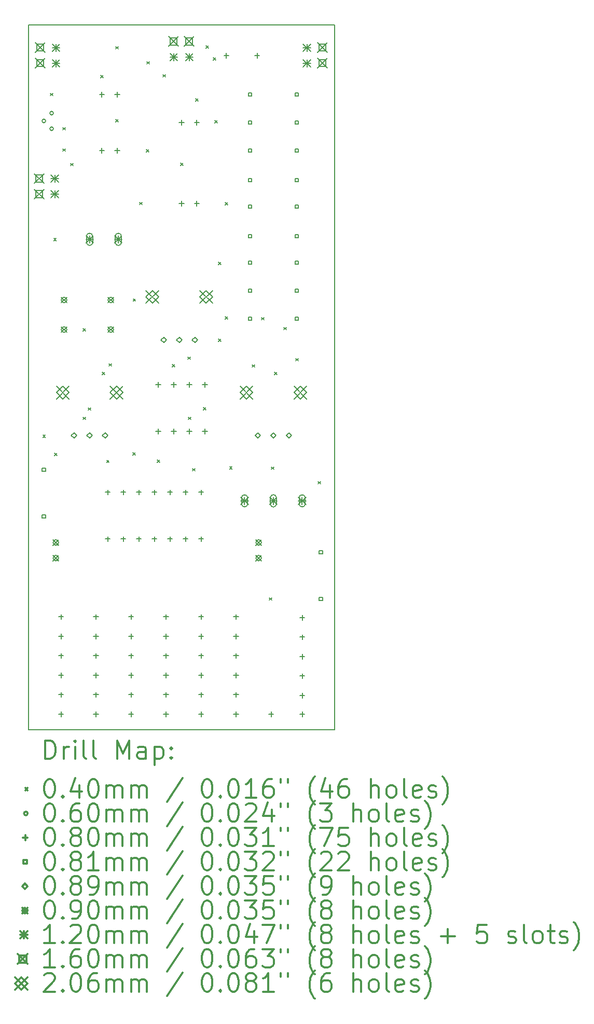
<source format=gbr>
%FSLAX45Y45*%
G04 Gerber Fmt 4.5, Leading zero omitted, Abs format (unit mm)*
G04 Created by KiCad (PCBNEW (5.0.0-rc2-dev-311-g1dd4af297)) date 03/30/18 01:51:28*
%MOMM*%
%LPD*%
G01*
G04 APERTURE LIST*
%ADD10C,0.200000*%
%ADD11C,0.300000*%
G04 APERTURE END LIST*
D10*
X17293600Y-15240000D02*
X12293600Y-15240000D01*
X17293600Y-3740000D02*
X17293600Y-15240000D01*
X12293600Y-3740000D02*
X17293600Y-3740000D01*
X12293600Y-15240000D02*
X12293600Y-3740000D01*
D10*
X12532600Y-10435000D02*
X12572600Y-10475000D01*
X12572600Y-10435000D02*
X12532600Y-10475000D01*
X12653600Y-4858000D02*
X12693600Y-4898000D01*
X12693600Y-4858000D02*
X12653600Y-4898000D01*
X12709600Y-7221000D02*
X12749600Y-7261000D01*
X12749600Y-7221000D02*
X12709600Y-7261000D01*
X12721600Y-10730000D02*
X12761600Y-10770000D01*
X12761600Y-10730000D02*
X12721600Y-10770000D01*
X12854600Y-5416000D02*
X12894600Y-5456000D01*
X12894600Y-5416000D02*
X12854600Y-5456000D01*
X12857800Y-5762000D02*
X12897800Y-5802000D01*
X12897800Y-5762000D02*
X12857800Y-5802000D01*
X12982600Y-5999000D02*
X13022600Y-6039000D01*
X13022600Y-5999000D02*
X12982600Y-6039000D01*
X13185600Y-10141000D02*
X13225600Y-10181000D01*
X13225600Y-10141000D02*
X13185600Y-10181000D01*
X13185600Y-8696000D02*
X13225600Y-8736000D01*
X13225600Y-8696000D02*
X13185600Y-8736000D01*
X13269600Y-9989000D02*
X13309600Y-10029000D01*
X13309600Y-9989000D02*
X13269600Y-10029000D01*
X13474600Y-4566000D02*
X13514600Y-4606000D01*
X13514600Y-4566000D02*
X13474600Y-4606000D01*
X13499600Y-9405000D02*
X13539600Y-9445000D01*
X13539600Y-9405000D02*
X13499600Y-9445000D01*
X13573600Y-10844000D02*
X13613600Y-10884000D01*
X13613600Y-10844000D02*
X13573600Y-10884000D01*
X13613600Y-9268000D02*
X13653600Y-9308000D01*
X13653600Y-9268000D02*
X13613600Y-9308000D01*
X13720600Y-4096000D02*
X13760600Y-4136000D01*
X13760600Y-4096000D02*
X13720600Y-4136000D01*
X13723600Y-5287000D02*
X13763600Y-5327000D01*
X13763600Y-5287000D02*
X13723600Y-5327000D01*
X14001600Y-10718000D02*
X14041600Y-10758000D01*
X14041600Y-10718000D02*
X14001600Y-10758000D01*
X14005600Y-8210000D02*
X14045600Y-8250000D01*
X14045600Y-8210000D02*
X14005600Y-8250000D01*
X14113600Y-6635000D02*
X14153600Y-6675000D01*
X14153600Y-6635000D02*
X14113600Y-6675000D01*
X14220600Y-5774000D02*
X14260600Y-5814000D01*
X14260600Y-5774000D02*
X14220600Y-5814000D01*
X14227600Y-4341000D02*
X14267600Y-4381000D01*
X14267600Y-4341000D02*
X14227600Y-4381000D01*
X14399600Y-10837000D02*
X14439600Y-10877000D01*
X14439600Y-10837000D02*
X14399600Y-10877000D01*
X14492600Y-4552000D02*
X14532600Y-4592000D01*
X14532600Y-4552000D02*
X14492600Y-4592000D01*
X14646600Y-9283000D02*
X14686600Y-9323000D01*
X14686600Y-9283000D02*
X14646600Y-9323000D01*
X14781600Y-5995000D02*
X14821600Y-6035000D01*
X14821600Y-5995000D02*
X14781600Y-6035000D01*
X14896600Y-9158000D02*
X14936600Y-9198000D01*
X14936600Y-9158000D02*
X14896600Y-9198000D01*
X14903600Y-10141000D02*
X14943600Y-10181000D01*
X14943600Y-10141000D02*
X14903600Y-10181000D01*
X14972600Y-10979000D02*
X15012600Y-11019000D01*
X15012600Y-10979000D02*
X14972600Y-11019000D01*
X15023600Y-4947000D02*
X15063600Y-4987000D01*
X15063600Y-4947000D02*
X15023600Y-4987000D01*
X15154600Y-9986000D02*
X15194600Y-10026000D01*
X15194600Y-9986000D02*
X15154600Y-10026000D01*
X15196600Y-4082000D02*
X15236600Y-4122000D01*
X15236600Y-4082000D02*
X15196600Y-4122000D01*
X15313600Y-4277000D02*
X15353600Y-4317000D01*
X15353600Y-4277000D02*
X15313600Y-4317000D01*
X15336600Y-5303000D02*
X15376600Y-5343000D01*
X15376600Y-5303000D02*
X15336600Y-5343000D01*
X15395600Y-7614000D02*
X15435600Y-7654000D01*
X15435600Y-7614000D02*
X15395600Y-7654000D01*
X15395600Y-8866000D02*
X15435600Y-8906000D01*
X15435600Y-8866000D02*
X15395600Y-8906000D01*
X15505099Y-6637000D02*
X15545099Y-6677000D01*
X15545099Y-6637000D02*
X15505099Y-6677000D01*
X15505099Y-8503000D02*
X15545099Y-8543000D01*
X15545099Y-8503000D02*
X15505099Y-8543000D01*
X15580600Y-10950000D02*
X15620600Y-10990000D01*
X15620600Y-10950000D02*
X15580600Y-10990000D01*
X15947115Y-9284000D02*
X15987115Y-9324000D01*
X15987115Y-9284000D02*
X15947115Y-9324000D01*
X16100600Y-8514000D02*
X16140600Y-8554000D01*
X16140600Y-8514000D02*
X16100600Y-8554000D01*
X16226600Y-13086400D02*
X16266600Y-13126400D01*
X16266600Y-13086400D02*
X16226600Y-13126400D01*
X16261400Y-10952800D02*
X16301400Y-10992800D01*
X16301400Y-10952800D02*
X16261400Y-10992800D01*
X16314600Y-9405000D02*
X16354600Y-9445000D01*
X16354600Y-9405000D02*
X16314600Y-9445000D01*
X16466600Y-8676000D02*
X16506600Y-8716000D01*
X16506600Y-8676000D02*
X16466600Y-8716000D01*
X16658600Y-9183000D02*
X16698600Y-9223000D01*
X16698600Y-9183000D02*
X16658600Y-9223000D01*
X17022600Y-11189000D02*
X17062600Y-11229000D01*
X17062600Y-11189000D02*
X17022600Y-11229000D01*
X12577600Y-5308600D02*
G75*
G03X12577600Y-5308600I-30000J0D01*
G01*
X12704600Y-5181600D02*
G75*
G03X12704600Y-5181600I-30000J0D01*
G01*
X12704600Y-5435600D02*
G75*
G03X12704600Y-5435600I-30000J0D01*
G01*
X14412600Y-9569000D02*
X14412600Y-9649000D01*
X14372600Y-9609000D02*
X14452600Y-9609000D01*
X14666600Y-9569000D02*
X14666600Y-9649000D01*
X14626600Y-9609000D02*
X14706600Y-9609000D01*
X13493600Y-5751200D02*
X13493600Y-5831200D01*
X13453600Y-5791200D02*
X13533600Y-5791200D01*
X13743600Y-5751200D02*
X13743600Y-5831200D01*
X13703600Y-5791200D02*
X13783600Y-5791200D01*
X14412600Y-10331000D02*
X14412600Y-10411000D01*
X14372600Y-10371000D02*
X14452600Y-10371000D01*
X14666600Y-10331000D02*
X14666600Y-10411000D01*
X14626600Y-10371000D02*
X14706600Y-10371000D01*
X14920600Y-9569000D02*
X14920600Y-9649000D01*
X14880600Y-9609000D02*
X14960600Y-9609000D01*
X14920600Y-10331000D02*
X14920600Y-10411000D01*
X14880600Y-10371000D02*
X14960600Y-10371000D01*
X15174600Y-9569000D02*
X15174600Y-9649000D01*
X15134600Y-9609000D02*
X15214600Y-9609000D01*
X15174600Y-10331000D02*
X15174600Y-10411000D01*
X15134600Y-10371000D02*
X15214600Y-10371000D01*
X12827000Y-13358500D02*
X12827000Y-13438500D01*
X12787000Y-13398500D02*
X12867000Y-13398500D01*
X12827000Y-13676000D02*
X12827000Y-13756000D01*
X12787000Y-13716000D02*
X12867000Y-13716000D01*
X12827000Y-13993500D02*
X12827000Y-14073500D01*
X12787000Y-14033500D02*
X12867000Y-14033500D01*
X12827000Y-14311000D02*
X12827000Y-14391000D01*
X12787000Y-14351000D02*
X12867000Y-14351000D01*
X12827000Y-14628500D02*
X12827000Y-14708500D01*
X12787000Y-14668500D02*
X12867000Y-14668500D01*
X12827000Y-14946000D02*
X12827000Y-15026000D01*
X12787000Y-14986000D02*
X12867000Y-14986000D01*
X13398500Y-13358500D02*
X13398500Y-13438500D01*
X13358500Y-13398500D02*
X13438500Y-13398500D01*
X13398500Y-13676000D02*
X13398500Y-13756000D01*
X13358500Y-13716000D02*
X13438500Y-13716000D01*
X13398500Y-13993500D02*
X13398500Y-14073500D01*
X13358500Y-14033500D02*
X13438500Y-14033500D01*
X13398500Y-14311000D02*
X13398500Y-14391000D01*
X13358500Y-14351000D02*
X13438500Y-14351000D01*
X13398500Y-14628500D02*
X13398500Y-14708500D01*
X13358500Y-14668500D02*
X13438500Y-14668500D01*
X13398500Y-14946000D02*
X13398500Y-15026000D01*
X13358500Y-14986000D02*
X13438500Y-14986000D01*
X13589000Y-11326500D02*
X13589000Y-11406500D01*
X13549000Y-11366500D02*
X13629000Y-11366500D01*
X13589000Y-12088500D02*
X13589000Y-12168500D01*
X13549000Y-12128500D02*
X13629000Y-12128500D01*
X13970000Y-13358500D02*
X13970000Y-13438500D01*
X13930000Y-13398500D02*
X14010000Y-13398500D01*
X13970000Y-13676000D02*
X13970000Y-13756000D01*
X13930000Y-13716000D02*
X14010000Y-13716000D01*
X13970000Y-13993500D02*
X13970000Y-14073500D01*
X13930000Y-14033500D02*
X14010000Y-14033500D01*
X13970000Y-14311000D02*
X13970000Y-14391000D01*
X13930000Y-14351000D02*
X14010000Y-14351000D01*
X13970000Y-14628500D02*
X13970000Y-14708500D01*
X13930000Y-14668500D02*
X14010000Y-14668500D01*
X14793600Y-5294000D02*
X14793600Y-5374000D01*
X14753600Y-5334000D02*
X14833600Y-5334000D01*
X15043600Y-5294000D02*
X15043600Y-5374000D01*
X15003600Y-5334000D02*
X15083600Y-5334000D01*
X13843000Y-11326500D02*
X13843000Y-11406500D01*
X13803000Y-11366500D02*
X13883000Y-11366500D01*
X13843000Y-12088500D02*
X13843000Y-12168500D01*
X13803000Y-12128500D02*
X13883000Y-12128500D01*
X13970000Y-14946000D02*
X13970000Y-15026000D01*
X13930000Y-14986000D02*
X14010000Y-14986000D01*
X14097000Y-11326500D02*
X14097000Y-11406500D01*
X14057000Y-11366500D02*
X14137000Y-11366500D01*
X14097000Y-12088500D02*
X14097000Y-12168500D01*
X14057000Y-12128500D02*
X14137000Y-12128500D01*
X14351000Y-11326500D02*
X14351000Y-11406500D01*
X14311000Y-11366500D02*
X14391000Y-11366500D01*
X14351000Y-12088500D02*
X14351000Y-12168500D01*
X14311000Y-12128500D02*
X14391000Y-12128500D01*
X14541500Y-13358500D02*
X14541500Y-13438500D01*
X14501500Y-13398500D02*
X14581500Y-13398500D01*
X14541500Y-13676000D02*
X14541500Y-13756000D01*
X14501500Y-13716000D02*
X14581500Y-13716000D01*
X14541500Y-13993500D02*
X14541500Y-14073500D01*
X14501500Y-14033500D02*
X14581500Y-14033500D01*
X14541500Y-14311000D02*
X14541500Y-14391000D01*
X14501500Y-14351000D02*
X14581500Y-14351000D01*
X14541500Y-14628500D02*
X14541500Y-14708500D01*
X14501500Y-14668500D02*
X14581500Y-14668500D01*
X14541500Y-14946000D02*
X14541500Y-15026000D01*
X14501500Y-14986000D02*
X14581500Y-14986000D01*
X14605000Y-11326500D02*
X14605000Y-11406500D01*
X14565000Y-11366500D02*
X14645000Y-11366500D01*
X14605000Y-12088500D02*
X14605000Y-12168500D01*
X14565000Y-12128500D02*
X14645000Y-12128500D01*
X14859000Y-11326500D02*
X14859000Y-11406500D01*
X14819000Y-11366500D02*
X14899000Y-11366500D01*
X14859000Y-12088500D02*
X14859000Y-12168500D01*
X14819000Y-12128500D02*
X14899000Y-12128500D01*
X15113000Y-11326500D02*
X15113000Y-11406500D01*
X15073000Y-11366500D02*
X15153000Y-11366500D01*
X15113000Y-12088500D02*
X15113000Y-12168500D01*
X15073000Y-12128500D02*
X15153000Y-12128500D01*
X15113000Y-13358500D02*
X15113000Y-13438500D01*
X15073000Y-13398500D02*
X15153000Y-13398500D01*
X15113000Y-13676000D02*
X15113000Y-13756000D01*
X15073000Y-13716000D02*
X15153000Y-13716000D01*
X15113000Y-13993500D02*
X15113000Y-14073500D01*
X15073000Y-14033500D02*
X15153000Y-14033500D01*
X15113000Y-14311000D02*
X15113000Y-14391000D01*
X15073000Y-14351000D02*
X15153000Y-14351000D01*
X15113000Y-14628500D02*
X15113000Y-14708500D01*
X15073000Y-14668500D02*
X15153000Y-14668500D01*
X15113000Y-14946000D02*
X15113000Y-15026000D01*
X15073000Y-14986000D02*
X15153000Y-14986000D01*
X15684500Y-13358500D02*
X15684500Y-13438500D01*
X15644500Y-13398500D02*
X15724500Y-13398500D01*
X15684500Y-13676000D02*
X15684500Y-13756000D01*
X15644500Y-13716000D02*
X15724500Y-13716000D01*
X15684500Y-13993500D02*
X15684500Y-14073500D01*
X15644500Y-14033500D02*
X15724500Y-14033500D01*
X15684500Y-14311000D02*
X15684500Y-14391000D01*
X15644500Y-14351000D02*
X15724500Y-14351000D01*
X15684500Y-14628500D02*
X15684500Y-14708500D01*
X15644500Y-14668500D02*
X15724500Y-14668500D01*
X15684500Y-14946000D02*
X15684500Y-15026000D01*
X15644500Y-14986000D02*
X15724500Y-14986000D01*
X16256000Y-14946000D02*
X16256000Y-15026000D01*
X16216000Y-14986000D02*
X16296000Y-14986000D01*
X16764000Y-14946000D02*
X16764000Y-15026000D01*
X16724000Y-14986000D02*
X16804000Y-14986000D01*
X15043600Y-6614800D02*
X15043600Y-6694800D01*
X15003600Y-6654800D02*
X15083600Y-6654800D01*
X13493600Y-4836800D02*
X13493600Y-4916800D01*
X13453600Y-4876800D02*
X13533600Y-4876800D01*
X13743600Y-4836800D02*
X13743600Y-4916800D01*
X13703600Y-4876800D02*
X13783600Y-4876800D01*
X14793600Y-6614800D02*
X14793600Y-6694800D01*
X14753600Y-6654800D02*
X14833600Y-6654800D01*
X16764000Y-13371200D02*
X16764000Y-13451200D01*
X16724000Y-13411200D02*
X16804000Y-13411200D01*
X16764000Y-13688700D02*
X16764000Y-13768700D01*
X16724000Y-13728700D02*
X16804000Y-13728700D01*
X16764000Y-14006200D02*
X16764000Y-14086200D01*
X16724000Y-14046200D02*
X16804000Y-14046200D01*
X16764000Y-14323700D02*
X16764000Y-14403700D01*
X16724000Y-14363700D02*
X16804000Y-14363700D01*
X16764000Y-14641200D02*
X16764000Y-14721200D01*
X16724000Y-14681200D02*
X16804000Y-14681200D01*
X15527400Y-4201800D02*
X15527400Y-4281800D01*
X15487400Y-4241800D02*
X15567400Y-4241800D01*
X16027400Y-4201800D02*
X16027400Y-4281800D01*
X15987400Y-4241800D02*
X16067400Y-4241800D01*
X15941337Y-8563137D02*
X15941337Y-8505663D01*
X15883863Y-8505663D01*
X15883863Y-8563137D01*
X15941337Y-8563137D01*
X16703337Y-5362737D02*
X16703337Y-5305263D01*
X16645863Y-5305263D01*
X16645863Y-5362737D01*
X16703337Y-5362737D01*
X15941337Y-6734337D02*
X15941337Y-6676863D01*
X15883863Y-6676863D01*
X15883863Y-6734337D01*
X15941337Y-6734337D01*
X16703337Y-6734337D02*
X16703337Y-6676863D01*
X16645863Y-6676863D01*
X16645863Y-6734337D01*
X16703337Y-6734337D01*
X15941337Y-4905537D02*
X15941337Y-4848063D01*
X15883863Y-4848063D01*
X15883863Y-4905537D01*
X15941337Y-4905537D01*
X16703337Y-4905537D02*
X16703337Y-4848063D01*
X16645863Y-4848063D01*
X16645863Y-4905537D01*
X16703337Y-4905537D01*
X15941337Y-7216937D02*
X15941337Y-7159463D01*
X15883863Y-7159463D01*
X15883863Y-7216937D01*
X15941337Y-7216937D01*
X15941337Y-5362737D02*
X15941337Y-5305263D01*
X15883863Y-5305263D01*
X15883863Y-5362737D01*
X15941337Y-5362737D01*
X15941337Y-7648737D02*
X15941337Y-7591263D01*
X15883863Y-7591263D01*
X15883863Y-7648737D01*
X15941337Y-7648737D01*
X16703337Y-7648737D02*
X16703337Y-7591263D01*
X16645863Y-7591263D01*
X16645863Y-7648737D01*
X16703337Y-7648737D01*
X16703337Y-7216937D02*
X16703337Y-7159463D01*
X16645863Y-7159463D01*
X16645863Y-7216937D01*
X16703337Y-7216937D01*
X15941337Y-6302537D02*
X15941337Y-6245063D01*
X15883863Y-6245063D01*
X15883863Y-6302537D01*
X15941337Y-6302537D01*
X16703337Y-6302537D02*
X16703337Y-6245063D01*
X16645863Y-6245063D01*
X16645863Y-6302537D01*
X16703337Y-6302537D01*
X15941337Y-5819937D02*
X15941337Y-5762463D01*
X15883863Y-5762463D01*
X15883863Y-5819937D01*
X15941337Y-5819937D01*
X16703337Y-5819937D02*
X16703337Y-5762463D01*
X16645863Y-5762463D01*
X16645863Y-5819937D01*
X16703337Y-5819937D01*
X17097537Y-12373137D02*
X17097537Y-12315663D01*
X17040063Y-12315663D01*
X17040063Y-12373137D01*
X17097537Y-12373137D01*
X17097537Y-13135137D02*
X17097537Y-13077663D01*
X17040063Y-13077663D01*
X17040063Y-13135137D01*
X17097537Y-13135137D01*
X15941337Y-8105937D02*
X15941337Y-8048463D01*
X15883863Y-8048463D01*
X15883863Y-8105937D01*
X15941337Y-8105937D01*
X16703337Y-8105937D02*
X16703337Y-8048463D01*
X16645863Y-8048463D01*
X16645863Y-8105937D01*
X16703337Y-8105937D01*
X12576337Y-11026937D02*
X12576337Y-10969463D01*
X12518863Y-10969463D01*
X12518863Y-11026937D01*
X12576337Y-11026937D01*
X12576337Y-11788937D02*
X12576337Y-11731463D01*
X12518863Y-11731463D01*
X12518863Y-11788937D01*
X12576337Y-11788937D01*
X16703337Y-8563137D02*
X16703337Y-8505663D01*
X16645863Y-8505663D01*
X16645863Y-8563137D01*
X16703337Y-8563137D01*
X13039616Y-10485674D02*
X13084066Y-10441224D01*
X13039616Y-10396774D01*
X12995166Y-10441224D01*
X13039616Y-10485674D01*
X15011416Y-8924474D02*
X15055866Y-8880024D01*
X15011416Y-8835574D01*
X14966966Y-8880024D01*
X15011416Y-8924474D01*
X16039616Y-10485674D02*
X16084066Y-10441224D01*
X16039616Y-10396774D01*
X15995166Y-10441224D01*
X16039616Y-10485674D01*
X16293616Y-10485674D02*
X16338066Y-10441224D01*
X16293616Y-10396774D01*
X16249166Y-10441224D01*
X16293616Y-10485674D01*
X16547616Y-10485674D02*
X16592066Y-10441224D01*
X16547616Y-10396774D01*
X16503166Y-10441224D01*
X16547616Y-10485674D01*
X14503416Y-8924474D02*
X14547866Y-8880024D01*
X14503416Y-8835574D01*
X14458966Y-8880024D01*
X14503416Y-8924474D01*
X14757416Y-8924474D02*
X14801866Y-8880024D01*
X14757416Y-8835574D01*
X14712966Y-8880024D01*
X14757416Y-8924474D01*
X13293616Y-10485674D02*
X13338066Y-10441224D01*
X13293616Y-10396774D01*
X13249166Y-10441224D01*
X13293616Y-10485674D01*
X13547616Y-10485674D02*
X13592066Y-10441224D01*
X13547616Y-10396774D01*
X13503166Y-10441224D01*
X13547616Y-10485674D01*
X12832800Y-8667200D02*
X12922800Y-8757200D01*
X12922800Y-8667200D02*
X12832800Y-8757200D01*
X12922800Y-8712200D02*
G75*
G03X12922800Y-8712200I-45000J0D01*
G01*
X13594800Y-8667200D02*
X13684800Y-8757200D01*
X13684800Y-8667200D02*
X13594800Y-8757200D01*
X13684800Y-8712200D02*
G75*
G03X13684800Y-8712200I-45000J0D01*
G01*
X12698600Y-12141000D02*
X12788600Y-12231000D01*
X12788600Y-12141000D02*
X12698600Y-12231000D01*
X12788600Y-12186000D02*
G75*
G03X12788600Y-12186000I-45000J0D01*
G01*
X12698600Y-12395000D02*
X12788600Y-12485000D01*
X12788600Y-12395000D02*
X12698600Y-12485000D01*
X12788600Y-12440000D02*
G75*
G03X12788600Y-12440000I-45000J0D01*
G01*
X16007800Y-12141000D02*
X16097800Y-12231000D01*
X16097800Y-12141000D02*
X16007800Y-12231000D01*
X16097800Y-12186000D02*
G75*
G03X16097800Y-12186000I-45000J0D01*
G01*
X16007800Y-12395000D02*
X16097800Y-12485000D01*
X16097800Y-12395000D02*
X16007800Y-12485000D01*
X16097800Y-12440000D02*
G75*
G03X16097800Y-12440000I-45000J0D01*
G01*
X12832800Y-8184600D02*
X12922800Y-8274600D01*
X12922800Y-8184600D02*
X12832800Y-8274600D01*
X12922800Y-8229600D02*
G75*
G03X12922800Y-8229600I-45000J0D01*
G01*
X13594800Y-8184600D02*
X13684800Y-8274600D01*
X13684800Y-8184600D02*
X13594800Y-8274600D01*
X13684800Y-8229600D02*
G75*
G03X13684800Y-8229600I-45000J0D01*
G01*
X13703600Y-7180000D02*
X13823600Y-7300000D01*
X13823600Y-7180000D02*
X13703600Y-7300000D01*
X13763600Y-7180000D02*
X13763600Y-7300000D01*
X13703600Y-7240000D02*
X13823600Y-7240000D01*
X13713600Y-7190000D02*
X13713600Y-7290000D01*
X13813600Y-7190000D02*
X13813600Y-7290000D01*
X13713600Y-7290000D02*
G75*
G03X13813600Y-7290000I50000J0D01*
G01*
X13813600Y-7190000D02*
G75*
G03X13713600Y-7190000I-50000J0D01*
G01*
X15763600Y-11446200D02*
X15883600Y-11566200D01*
X15883600Y-11446200D02*
X15763600Y-11566200D01*
X15823600Y-11446200D02*
X15823600Y-11566200D01*
X15763600Y-11506200D02*
X15883600Y-11506200D01*
X15873600Y-11556200D02*
X15873600Y-11456200D01*
X15773600Y-11556200D02*
X15773600Y-11456200D01*
X15873600Y-11456200D02*
G75*
G03X15773600Y-11456200I-50000J0D01*
G01*
X15773600Y-11556200D02*
G75*
G03X15873600Y-11556200I50000J0D01*
G01*
X16233600Y-11446200D02*
X16353600Y-11566200D01*
X16353600Y-11446200D02*
X16233600Y-11566200D01*
X16293600Y-11446200D02*
X16293600Y-11566200D01*
X16233600Y-11506200D02*
X16353600Y-11506200D01*
X16343600Y-11556200D02*
X16343600Y-11456200D01*
X16243600Y-11556200D02*
X16243600Y-11456200D01*
X16343600Y-11456200D02*
G75*
G03X16243600Y-11456200I-50000J0D01*
G01*
X16243600Y-11556200D02*
G75*
G03X16343600Y-11556200I50000J0D01*
G01*
X16703600Y-11446200D02*
X16823600Y-11566200D01*
X16823600Y-11446200D02*
X16703600Y-11566200D01*
X16763600Y-11446200D02*
X16763600Y-11566200D01*
X16703600Y-11506200D02*
X16823600Y-11506200D01*
X16813600Y-11556200D02*
X16813600Y-11456200D01*
X16713600Y-11556200D02*
X16713600Y-11456200D01*
X16813600Y-11456200D02*
G75*
G03X16713600Y-11456200I-50000J0D01*
G01*
X16713600Y-11556200D02*
G75*
G03X16813600Y-11556200I50000J0D01*
G01*
X13233600Y-7180000D02*
X13353600Y-7300000D01*
X13353600Y-7180000D02*
X13233600Y-7300000D01*
X13293600Y-7180000D02*
X13293600Y-7300000D01*
X13233600Y-7240000D02*
X13353600Y-7240000D01*
X13243600Y-7190000D02*
X13243600Y-7290000D01*
X13343600Y-7190000D02*
X13343600Y-7290000D01*
X13243600Y-7290000D02*
G75*
G03X13343600Y-7290000I50000J0D01*
G01*
X13343600Y-7190000D02*
G75*
G03X13243600Y-7190000I-50000J0D01*
G01*
X12665400Y-6188400D02*
X12785400Y-6308400D01*
X12785400Y-6188400D02*
X12665400Y-6308400D01*
X12725400Y-6188400D02*
X12725400Y-6308400D01*
X12665400Y-6248400D02*
X12785400Y-6248400D01*
X12665400Y-6442400D02*
X12785400Y-6562400D01*
X12785400Y-6442400D02*
X12665400Y-6562400D01*
X12725400Y-6442400D02*
X12725400Y-6562400D01*
X12665400Y-6502400D02*
X12785400Y-6502400D01*
X12683600Y-4053000D02*
X12803600Y-4173000D01*
X12803600Y-4053000D02*
X12683600Y-4173000D01*
X12743600Y-4053000D02*
X12743600Y-4173000D01*
X12683600Y-4113000D02*
X12803600Y-4113000D01*
X12683600Y-4307000D02*
X12803600Y-4427000D01*
X12803600Y-4307000D02*
X12683600Y-4427000D01*
X12743600Y-4307000D02*
X12743600Y-4427000D01*
X12683600Y-4367000D02*
X12803600Y-4367000D01*
X16780200Y-4053000D02*
X16900200Y-4173000D01*
X16900200Y-4053000D02*
X16780200Y-4173000D01*
X16840200Y-4053000D02*
X16840200Y-4173000D01*
X16780200Y-4113000D02*
X16900200Y-4113000D01*
X16780200Y-4307000D02*
X16900200Y-4427000D01*
X16900200Y-4307000D02*
X16780200Y-4427000D01*
X16840200Y-4307000D02*
X16840200Y-4427000D01*
X16780200Y-4367000D02*
X16900200Y-4367000D01*
X14606600Y-4207000D02*
X14726600Y-4327000D01*
X14726600Y-4207000D02*
X14606600Y-4327000D01*
X14666600Y-4207000D02*
X14666600Y-4327000D01*
X14606600Y-4267000D02*
X14726600Y-4267000D01*
X14860600Y-4207000D02*
X14980600Y-4327000D01*
X14980600Y-4207000D02*
X14860600Y-4327000D01*
X14920600Y-4207000D02*
X14920600Y-4327000D01*
X14860600Y-4267000D02*
X14980600Y-4267000D01*
X12391400Y-6168400D02*
X12551400Y-6328400D01*
X12551400Y-6168400D02*
X12391400Y-6328400D01*
X12527969Y-6304969D02*
X12527969Y-6191831D01*
X12414831Y-6191831D01*
X12414831Y-6304969D01*
X12527969Y-6304969D01*
X12391400Y-6422400D02*
X12551400Y-6582400D01*
X12551400Y-6422400D02*
X12391400Y-6582400D01*
X12527969Y-6558969D02*
X12527969Y-6445831D01*
X12414831Y-6445831D01*
X12414831Y-6558969D01*
X12527969Y-6558969D01*
X14586600Y-3933000D02*
X14746600Y-4093000D01*
X14746600Y-3933000D02*
X14586600Y-4093000D01*
X14723169Y-4069569D02*
X14723169Y-3956431D01*
X14610031Y-3956431D01*
X14610031Y-4069569D01*
X14723169Y-4069569D01*
X12409600Y-4033000D02*
X12569600Y-4193000D01*
X12569600Y-4033000D02*
X12409600Y-4193000D01*
X12546169Y-4169569D02*
X12546169Y-4056431D01*
X12433031Y-4056431D01*
X12433031Y-4169569D01*
X12546169Y-4169569D01*
X12409600Y-4287000D02*
X12569600Y-4447000D01*
X12569600Y-4287000D02*
X12409600Y-4447000D01*
X12546169Y-4423569D02*
X12546169Y-4310431D01*
X12433031Y-4310431D01*
X12433031Y-4423569D01*
X12546169Y-4423569D01*
X17014200Y-4033000D02*
X17174200Y-4193000D01*
X17174200Y-4033000D02*
X17014200Y-4193000D01*
X17150769Y-4169569D02*
X17150769Y-4056431D01*
X17037631Y-4056431D01*
X17037631Y-4169569D01*
X17150769Y-4169569D01*
X17014200Y-4287000D02*
X17174200Y-4447000D01*
X17174200Y-4287000D02*
X17014200Y-4447000D01*
X17150769Y-4423569D02*
X17150769Y-4310431D01*
X17037631Y-4310431D01*
X17037631Y-4423569D01*
X17150769Y-4423569D01*
X14840600Y-3933000D02*
X15000600Y-4093000D01*
X15000600Y-3933000D02*
X14840600Y-4093000D01*
X14977169Y-4069569D02*
X14977169Y-3956431D01*
X14864031Y-3956431D01*
X14864031Y-4069569D01*
X14977169Y-4069569D01*
X12751326Y-9637314D02*
X12957066Y-9843054D01*
X12957066Y-9637314D02*
X12751326Y-9843054D01*
X12854196Y-9843054D02*
X12957066Y-9740184D01*
X12854196Y-9637314D01*
X12751326Y-9740184D01*
X12854196Y-9843054D01*
X13630166Y-9637314D02*
X13835906Y-9843054D01*
X13835906Y-9637314D02*
X13630166Y-9843054D01*
X13733036Y-9843054D02*
X13835906Y-9740184D01*
X13733036Y-9637314D01*
X13630166Y-9740184D01*
X13733036Y-9843054D01*
X14215126Y-8076114D02*
X14420866Y-8281854D01*
X14420866Y-8076114D02*
X14215126Y-8281854D01*
X14317996Y-8281854D02*
X14420866Y-8178984D01*
X14317996Y-8076114D01*
X14215126Y-8178984D01*
X14317996Y-8281854D01*
X15093966Y-8076114D02*
X15299706Y-8281854D01*
X15299706Y-8076114D02*
X15093966Y-8281854D01*
X15196836Y-8281854D02*
X15299706Y-8178984D01*
X15196836Y-8076114D01*
X15093966Y-8178984D01*
X15196836Y-8281854D01*
X15751326Y-9637314D02*
X15957066Y-9843054D01*
X15957066Y-9637314D02*
X15751326Y-9843054D01*
X15854196Y-9843054D02*
X15957066Y-9740184D01*
X15854196Y-9637314D01*
X15751326Y-9740184D01*
X15854196Y-9843054D01*
X16630166Y-9637314D02*
X16835906Y-9843054D01*
X16835906Y-9637314D02*
X16630166Y-9843054D01*
X16733036Y-9843054D02*
X16835906Y-9740184D01*
X16733036Y-9637314D01*
X16630166Y-9740184D01*
X16733036Y-9843054D01*
D11*
X12570028Y-15715714D02*
X12570028Y-15415714D01*
X12641457Y-15415714D01*
X12684314Y-15430000D01*
X12712886Y-15458571D01*
X12727171Y-15487143D01*
X12741457Y-15544286D01*
X12741457Y-15587143D01*
X12727171Y-15644286D01*
X12712886Y-15672857D01*
X12684314Y-15701429D01*
X12641457Y-15715714D01*
X12570028Y-15715714D01*
X12870028Y-15715714D02*
X12870028Y-15515714D01*
X12870028Y-15572857D02*
X12884314Y-15544286D01*
X12898600Y-15530000D01*
X12927171Y-15515714D01*
X12955743Y-15515714D01*
X13055743Y-15715714D02*
X13055743Y-15515714D01*
X13055743Y-15415714D02*
X13041457Y-15430000D01*
X13055743Y-15444286D01*
X13070028Y-15430000D01*
X13055743Y-15415714D01*
X13055743Y-15444286D01*
X13241457Y-15715714D02*
X13212886Y-15701429D01*
X13198600Y-15672857D01*
X13198600Y-15415714D01*
X13398600Y-15715714D02*
X13370028Y-15701429D01*
X13355743Y-15672857D01*
X13355743Y-15415714D01*
X13741457Y-15715714D02*
X13741457Y-15415714D01*
X13841457Y-15630000D01*
X13941457Y-15415714D01*
X13941457Y-15715714D01*
X14212886Y-15715714D02*
X14212886Y-15558571D01*
X14198600Y-15530000D01*
X14170028Y-15515714D01*
X14112886Y-15515714D01*
X14084314Y-15530000D01*
X14212886Y-15701429D02*
X14184314Y-15715714D01*
X14112886Y-15715714D01*
X14084314Y-15701429D01*
X14070028Y-15672857D01*
X14070028Y-15644286D01*
X14084314Y-15615714D01*
X14112886Y-15601429D01*
X14184314Y-15601429D01*
X14212886Y-15587143D01*
X14355743Y-15515714D02*
X14355743Y-15815714D01*
X14355743Y-15530000D02*
X14384314Y-15515714D01*
X14441457Y-15515714D01*
X14470028Y-15530000D01*
X14484314Y-15544286D01*
X14498600Y-15572857D01*
X14498600Y-15658571D01*
X14484314Y-15687143D01*
X14470028Y-15701429D01*
X14441457Y-15715714D01*
X14384314Y-15715714D01*
X14355743Y-15701429D01*
X14627171Y-15687143D02*
X14641457Y-15701429D01*
X14627171Y-15715714D01*
X14612886Y-15701429D01*
X14627171Y-15687143D01*
X14627171Y-15715714D01*
X14627171Y-15530000D02*
X14641457Y-15544286D01*
X14627171Y-15558571D01*
X14612886Y-15544286D01*
X14627171Y-15530000D01*
X14627171Y-15558571D01*
X12243600Y-16190000D02*
X12283600Y-16230000D01*
X12283600Y-16190000D02*
X12243600Y-16230000D01*
X12627171Y-16045714D02*
X12655743Y-16045714D01*
X12684314Y-16060000D01*
X12698600Y-16074286D01*
X12712886Y-16102857D01*
X12727171Y-16160000D01*
X12727171Y-16231429D01*
X12712886Y-16288571D01*
X12698600Y-16317143D01*
X12684314Y-16331429D01*
X12655743Y-16345714D01*
X12627171Y-16345714D01*
X12598600Y-16331429D01*
X12584314Y-16317143D01*
X12570028Y-16288571D01*
X12555743Y-16231429D01*
X12555743Y-16160000D01*
X12570028Y-16102857D01*
X12584314Y-16074286D01*
X12598600Y-16060000D01*
X12627171Y-16045714D01*
X12855743Y-16317143D02*
X12870028Y-16331429D01*
X12855743Y-16345714D01*
X12841457Y-16331429D01*
X12855743Y-16317143D01*
X12855743Y-16345714D01*
X13127171Y-16145714D02*
X13127171Y-16345714D01*
X13055743Y-16031429D02*
X12984314Y-16245714D01*
X13170028Y-16245714D01*
X13341457Y-16045714D02*
X13370028Y-16045714D01*
X13398600Y-16060000D01*
X13412886Y-16074286D01*
X13427171Y-16102857D01*
X13441457Y-16160000D01*
X13441457Y-16231429D01*
X13427171Y-16288571D01*
X13412886Y-16317143D01*
X13398600Y-16331429D01*
X13370028Y-16345714D01*
X13341457Y-16345714D01*
X13312886Y-16331429D01*
X13298600Y-16317143D01*
X13284314Y-16288571D01*
X13270028Y-16231429D01*
X13270028Y-16160000D01*
X13284314Y-16102857D01*
X13298600Y-16074286D01*
X13312886Y-16060000D01*
X13341457Y-16045714D01*
X13570028Y-16345714D02*
X13570028Y-16145714D01*
X13570028Y-16174286D02*
X13584314Y-16160000D01*
X13612886Y-16145714D01*
X13655743Y-16145714D01*
X13684314Y-16160000D01*
X13698600Y-16188571D01*
X13698600Y-16345714D01*
X13698600Y-16188571D02*
X13712886Y-16160000D01*
X13741457Y-16145714D01*
X13784314Y-16145714D01*
X13812886Y-16160000D01*
X13827171Y-16188571D01*
X13827171Y-16345714D01*
X13970028Y-16345714D02*
X13970028Y-16145714D01*
X13970028Y-16174286D02*
X13984314Y-16160000D01*
X14012886Y-16145714D01*
X14055743Y-16145714D01*
X14084314Y-16160000D01*
X14098600Y-16188571D01*
X14098600Y-16345714D01*
X14098600Y-16188571D02*
X14112886Y-16160000D01*
X14141457Y-16145714D01*
X14184314Y-16145714D01*
X14212886Y-16160000D01*
X14227171Y-16188571D01*
X14227171Y-16345714D01*
X14812886Y-16031429D02*
X14555743Y-16417143D01*
X15198600Y-16045714D02*
X15227171Y-16045714D01*
X15255743Y-16060000D01*
X15270028Y-16074286D01*
X15284314Y-16102857D01*
X15298600Y-16160000D01*
X15298600Y-16231429D01*
X15284314Y-16288571D01*
X15270028Y-16317143D01*
X15255743Y-16331429D01*
X15227171Y-16345714D01*
X15198600Y-16345714D01*
X15170028Y-16331429D01*
X15155743Y-16317143D01*
X15141457Y-16288571D01*
X15127171Y-16231429D01*
X15127171Y-16160000D01*
X15141457Y-16102857D01*
X15155743Y-16074286D01*
X15170028Y-16060000D01*
X15198600Y-16045714D01*
X15427171Y-16317143D02*
X15441457Y-16331429D01*
X15427171Y-16345714D01*
X15412886Y-16331429D01*
X15427171Y-16317143D01*
X15427171Y-16345714D01*
X15627171Y-16045714D02*
X15655743Y-16045714D01*
X15684314Y-16060000D01*
X15698600Y-16074286D01*
X15712886Y-16102857D01*
X15727171Y-16160000D01*
X15727171Y-16231429D01*
X15712886Y-16288571D01*
X15698600Y-16317143D01*
X15684314Y-16331429D01*
X15655743Y-16345714D01*
X15627171Y-16345714D01*
X15598600Y-16331429D01*
X15584314Y-16317143D01*
X15570028Y-16288571D01*
X15555743Y-16231429D01*
X15555743Y-16160000D01*
X15570028Y-16102857D01*
X15584314Y-16074286D01*
X15598600Y-16060000D01*
X15627171Y-16045714D01*
X16012886Y-16345714D02*
X15841457Y-16345714D01*
X15927171Y-16345714D02*
X15927171Y-16045714D01*
X15898600Y-16088571D01*
X15870028Y-16117143D01*
X15841457Y-16131429D01*
X16270028Y-16045714D02*
X16212886Y-16045714D01*
X16184314Y-16060000D01*
X16170028Y-16074286D01*
X16141457Y-16117143D01*
X16127171Y-16174286D01*
X16127171Y-16288571D01*
X16141457Y-16317143D01*
X16155743Y-16331429D01*
X16184314Y-16345714D01*
X16241457Y-16345714D01*
X16270028Y-16331429D01*
X16284314Y-16317143D01*
X16298600Y-16288571D01*
X16298600Y-16217143D01*
X16284314Y-16188571D01*
X16270028Y-16174286D01*
X16241457Y-16160000D01*
X16184314Y-16160000D01*
X16155743Y-16174286D01*
X16141457Y-16188571D01*
X16127171Y-16217143D01*
X16412886Y-16045714D02*
X16412886Y-16102857D01*
X16527171Y-16045714D02*
X16527171Y-16102857D01*
X16970028Y-16460000D02*
X16955743Y-16445714D01*
X16927171Y-16402857D01*
X16912886Y-16374286D01*
X16898600Y-16331429D01*
X16884314Y-16260000D01*
X16884314Y-16202857D01*
X16898600Y-16131429D01*
X16912886Y-16088571D01*
X16927171Y-16060000D01*
X16955743Y-16017143D01*
X16970028Y-16002857D01*
X17212886Y-16145714D02*
X17212886Y-16345714D01*
X17141457Y-16031429D02*
X17070028Y-16245714D01*
X17255743Y-16245714D01*
X17498600Y-16045714D02*
X17441457Y-16045714D01*
X17412886Y-16060000D01*
X17398600Y-16074286D01*
X17370028Y-16117143D01*
X17355743Y-16174286D01*
X17355743Y-16288571D01*
X17370028Y-16317143D01*
X17384314Y-16331429D01*
X17412886Y-16345714D01*
X17470028Y-16345714D01*
X17498600Y-16331429D01*
X17512886Y-16317143D01*
X17527171Y-16288571D01*
X17527171Y-16217143D01*
X17512886Y-16188571D01*
X17498600Y-16174286D01*
X17470028Y-16160000D01*
X17412886Y-16160000D01*
X17384314Y-16174286D01*
X17370028Y-16188571D01*
X17355743Y-16217143D01*
X17884314Y-16345714D02*
X17884314Y-16045714D01*
X18012886Y-16345714D02*
X18012886Y-16188571D01*
X17998600Y-16160000D01*
X17970028Y-16145714D01*
X17927171Y-16145714D01*
X17898600Y-16160000D01*
X17884314Y-16174286D01*
X18198600Y-16345714D02*
X18170028Y-16331429D01*
X18155743Y-16317143D01*
X18141457Y-16288571D01*
X18141457Y-16202857D01*
X18155743Y-16174286D01*
X18170028Y-16160000D01*
X18198600Y-16145714D01*
X18241457Y-16145714D01*
X18270028Y-16160000D01*
X18284314Y-16174286D01*
X18298600Y-16202857D01*
X18298600Y-16288571D01*
X18284314Y-16317143D01*
X18270028Y-16331429D01*
X18241457Y-16345714D01*
X18198600Y-16345714D01*
X18470028Y-16345714D02*
X18441457Y-16331429D01*
X18427171Y-16302857D01*
X18427171Y-16045714D01*
X18698600Y-16331429D02*
X18670028Y-16345714D01*
X18612886Y-16345714D01*
X18584314Y-16331429D01*
X18570028Y-16302857D01*
X18570028Y-16188571D01*
X18584314Y-16160000D01*
X18612886Y-16145714D01*
X18670028Y-16145714D01*
X18698600Y-16160000D01*
X18712886Y-16188571D01*
X18712886Y-16217143D01*
X18570028Y-16245714D01*
X18827171Y-16331429D02*
X18855743Y-16345714D01*
X18912886Y-16345714D01*
X18941457Y-16331429D01*
X18955743Y-16302857D01*
X18955743Y-16288571D01*
X18941457Y-16260000D01*
X18912886Y-16245714D01*
X18870028Y-16245714D01*
X18841457Y-16231429D01*
X18827171Y-16202857D01*
X18827171Y-16188571D01*
X18841457Y-16160000D01*
X18870028Y-16145714D01*
X18912886Y-16145714D01*
X18941457Y-16160000D01*
X19055743Y-16460000D02*
X19070028Y-16445714D01*
X19098600Y-16402857D01*
X19112886Y-16374286D01*
X19127171Y-16331429D01*
X19141457Y-16260000D01*
X19141457Y-16202857D01*
X19127171Y-16131429D01*
X19112886Y-16088571D01*
X19098600Y-16060000D01*
X19070028Y-16017143D01*
X19055743Y-16002857D01*
X12283600Y-16606000D02*
G75*
G03X12283600Y-16606000I-30000J0D01*
G01*
X12627171Y-16441714D02*
X12655743Y-16441714D01*
X12684314Y-16456000D01*
X12698600Y-16470286D01*
X12712886Y-16498857D01*
X12727171Y-16556000D01*
X12727171Y-16627429D01*
X12712886Y-16684571D01*
X12698600Y-16713143D01*
X12684314Y-16727429D01*
X12655743Y-16741714D01*
X12627171Y-16741714D01*
X12598600Y-16727429D01*
X12584314Y-16713143D01*
X12570028Y-16684571D01*
X12555743Y-16627429D01*
X12555743Y-16556000D01*
X12570028Y-16498857D01*
X12584314Y-16470286D01*
X12598600Y-16456000D01*
X12627171Y-16441714D01*
X12855743Y-16713143D02*
X12870028Y-16727429D01*
X12855743Y-16741714D01*
X12841457Y-16727429D01*
X12855743Y-16713143D01*
X12855743Y-16741714D01*
X13127171Y-16441714D02*
X13070028Y-16441714D01*
X13041457Y-16456000D01*
X13027171Y-16470286D01*
X12998600Y-16513143D01*
X12984314Y-16570286D01*
X12984314Y-16684571D01*
X12998600Y-16713143D01*
X13012886Y-16727429D01*
X13041457Y-16741714D01*
X13098600Y-16741714D01*
X13127171Y-16727429D01*
X13141457Y-16713143D01*
X13155743Y-16684571D01*
X13155743Y-16613143D01*
X13141457Y-16584571D01*
X13127171Y-16570286D01*
X13098600Y-16556000D01*
X13041457Y-16556000D01*
X13012886Y-16570286D01*
X12998600Y-16584571D01*
X12984314Y-16613143D01*
X13341457Y-16441714D02*
X13370028Y-16441714D01*
X13398600Y-16456000D01*
X13412886Y-16470286D01*
X13427171Y-16498857D01*
X13441457Y-16556000D01*
X13441457Y-16627429D01*
X13427171Y-16684571D01*
X13412886Y-16713143D01*
X13398600Y-16727429D01*
X13370028Y-16741714D01*
X13341457Y-16741714D01*
X13312886Y-16727429D01*
X13298600Y-16713143D01*
X13284314Y-16684571D01*
X13270028Y-16627429D01*
X13270028Y-16556000D01*
X13284314Y-16498857D01*
X13298600Y-16470286D01*
X13312886Y-16456000D01*
X13341457Y-16441714D01*
X13570028Y-16741714D02*
X13570028Y-16541714D01*
X13570028Y-16570286D02*
X13584314Y-16556000D01*
X13612886Y-16541714D01*
X13655743Y-16541714D01*
X13684314Y-16556000D01*
X13698600Y-16584571D01*
X13698600Y-16741714D01*
X13698600Y-16584571D02*
X13712886Y-16556000D01*
X13741457Y-16541714D01*
X13784314Y-16541714D01*
X13812886Y-16556000D01*
X13827171Y-16584571D01*
X13827171Y-16741714D01*
X13970028Y-16741714D02*
X13970028Y-16541714D01*
X13970028Y-16570286D02*
X13984314Y-16556000D01*
X14012886Y-16541714D01*
X14055743Y-16541714D01*
X14084314Y-16556000D01*
X14098600Y-16584571D01*
X14098600Y-16741714D01*
X14098600Y-16584571D02*
X14112886Y-16556000D01*
X14141457Y-16541714D01*
X14184314Y-16541714D01*
X14212886Y-16556000D01*
X14227171Y-16584571D01*
X14227171Y-16741714D01*
X14812886Y-16427429D02*
X14555743Y-16813143D01*
X15198600Y-16441714D02*
X15227171Y-16441714D01*
X15255743Y-16456000D01*
X15270028Y-16470286D01*
X15284314Y-16498857D01*
X15298600Y-16556000D01*
X15298600Y-16627429D01*
X15284314Y-16684571D01*
X15270028Y-16713143D01*
X15255743Y-16727429D01*
X15227171Y-16741714D01*
X15198600Y-16741714D01*
X15170028Y-16727429D01*
X15155743Y-16713143D01*
X15141457Y-16684571D01*
X15127171Y-16627429D01*
X15127171Y-16556000D01*
X15141457Y-16498857D01*
X15155743Y-16470286D01*
X15170028Y-16456000D01*
X15198600Y-16441714D01*
X15427171Y-16713143D02*
X15441457Y-16727429D01*
X15427171Y-16741714D01*
X15412886Y-16727429D01*
X15427171Y-16713143D01*
X15427171Y-16741714D01*
X15627171Y-16441714D02*
X15655743Y-16441714D01*
X15684314Y-16456000D01*
X15698600Y-16470286D01*
X15712886Y-16498857D01*
X15727171Y-16556000D01*
X15727171Y-16627429D01*
X15712886Y-16684571D01*
X15698600Y-16713143D01*
X15684314Y-16727429D01*
X15655743Y-16741714D01*
X15627171Y-16741714D01*
X15598600Y-16727429D01*
X15584314Y-16713143D01*
X15570028Y-16684571D01*
X15555743Y-16627429D01*
X15555743Y-16556000D01*
X15570028Y-16498857D01*
X15584314Y-16470286D01*
X15598600Y-16456000D01*
X15627171Y-16441714D01*
X15841457Y-16470286D02*
X15855743Y-16456000D01*
X15884314Y-16441714D01*
X15955743Y-16441714D01*
X15984314Y-16456000D01*
X15998600Y-16470286D01*
X16012886Y-16498857D01*
X16012886Y-16527429D01*
X15998600Y-16570286D01*
X15827171Y-16741714D01*
X16012886Y-16741714D01*
X16270028Y-16541714D02*
X16270028Y-16741714D01*
X16198600Y-16427429D02*
X16127171Y-16641714D01*
X16312886Y-16641714D01*
X16412886Y-16441714D02*
X16412886Y-16498857D01*
X16527171Y-16441714D02*
X16527171Y-16498857D01*
X16970028Y-16856000D02*
X16955743Y-16841714D01*
X16927171Y-16798857D01*
X16912886Y-16770286D01*
X16898600Y-16727429D01*
X16884314Y-16656000D01*
X16884314Y-16598857D01*
X16898600Y-16527429D01*
X16912886Y-16484571D01*
X16927171Y-16456000D01*
X16955743Y-16413143D01*
X16970028Y-16398857D01*
X17055743Y-16441714D02*
X17241457Y-16441714D01*
X17141457Y-16556000D01*
X17184314Y-16556000D01*
X17212886Y-16570286D01*
X17227171Y-16584571D01*
X17241457Y-16613143D01*
X17241457Y-16684571D01*
X17227171Y-16713143D01*
X17212886Y-16727429D01*
X17184314Y-16741714D01*
X17098600Y-16741714D01*
X17070028Y-16727429D01*
X17055743Y-16713143D01*
X17598600Y-16741714D02*
X17598600Y-16441714D01*
X17727171Y-16741714D02*
X17727171Y-16584571D01*
X17712886Y-16556000D01*
X17684314Y-16541714D01*
X17641457Y-16541714D01*
X17612886Y-16556000D01*
X17598600Y-16570286D01*
X17912886Y-16741714D02*
X17884314Y-16727429D01*
X17870028Y-16713143D01*
X17855743Y-16684571D01*
X17855743Y-16598857D01*
X17870028Y-16570286D01*
X17884314Y-16556000D01*
X17912886Y-16541714D01*
X17955743Y-16541714D01*
X17984314Y-16556000D01*
X17998600Y-16570286D01*
X18012886Y-16598857D01*
X18012886Y-16684571D01*
X17998600Y-16713143D01*
X17984314Y-16727429D01*
X17955743Y-16741714D01*
X17912886Y-16741714D01*
X18184314Y-16741714D02*
X18155743Y-16727429D01*
X18141457Y-16698857D01*
X18141457Y-16441714D01*
X18412886Y-16727429D02*
X18384314Y-16741714D01*
X18327171Y-16741714D01*
X18298600Y-16727429D01*
X18284314Y-16698857D01*
X18284314Y-16584571D01*
X18298600Y-16556000D01*
X18327171Y-16541714D01*
X18384314Y-16541714D01*
X18412886Y-16556000D01*
X18427171Y-16584571D01*
X18427171Y-16613143D01*
X18284314Y-16641714D01*
X18541457Y-16727429D02*
X18570028Y-16741714D01*
X18627171Y-16741714D01*
X18655743Y-16727429D01*
X18670028Y-16698857D01*
X18670028Y-16684571D01*
X18655743Y-16656000D01*
X18627171Y-16641714D01*
X18584314Y-16641714D01*
X18555743Y-16627429D01*
X18541457Y-16598857D01*
X18541457Y-16584571D01*
X18555743Y-16556000D01*
X18584314Y-16541714D01*
X18627171Y-16541714D01*
X18655743Y-16556000D01*
X18770028Y-16856000D02*
X18784314Y-16841714D01*
X18812886Y-16798857D01*
X18827171Y-16770286D01*
X18841457Y-16727429D01*
X18855743Y-16656000D01*
X18855743Y-16598857D01*
X18841457Y-16527429D01*
X18827171Y-16484571D01*
X18812886Y-16456000D01*
X18784314Y-16413143D01*
X18770028Y-16398857D01*
X12243600Y-16962000D02*
X12243600Y-17042000D01*
X12203600Y-17002000D02*
X12283600Y-17002000D01*
X12627171Y-16837714D02*
X12655743Y-16837714D01*
X12684314Y-16852000D01*
X12698600Y-16866286D01*
X12712886Y-16894857D01*
X12727171Y-16952000D01*
X12727171Y-17023429D01*
X12712886Y-17080572D01*
X12698600Y-17109143D01*
X12684314Y-17123429D01*
X12655743Y-17137714D01*
X12627171Y-17137714D01*
X12598600Y-17123429D01*
X12584314Y-17109143D01*
X12570028Y-17080572D01*
X12555743Y-17023429D01*
X12555743Y-16952000D01*
X12570028Y-16894857D01*
X12584314Y-16866286D01*
X12598600Y-16852000D01*
X12627171Y-16837714D01*
X12855743Y-17109143D02*
X12870028Y-17123429D01*
X12855743Y-17137714D01*
X12841457Y-17123429D01*
X12855743Y-17109143D01*
X12855743Y-17137714D01*
X13041457Y-16966286D02*
X13012886Y-16952000D01*
X12998600Y-16937714D01*
X12984314Y-16909143D01*
X12984314Y-16894857D01*
X12998600Y-16866286D01*
X13012886Y-16852000D01*
X13041457Y-16837714D01*
X13098600Y-16837714D01*
X13127171Y-16852000D01*
X13141457Y-16866286D01*
X13155743Y-16894857D01*
X13155743Y-16909143D01*
X13141457Y-16937714D01*
X13127171Y-16952000D01*
X13098600Y-16966286D01*
X13041457Y-16966286D01*
X13012886Y-16980572D01*
X12998600Y-16994857D01*
X12984314Y-17023429D01*
X12984314Y-17080572D01*
X12998600Y-17109143D01*
X13012886Y-17123429D01*
X13041457Y-17137714D01*
X13098600Y-17137714D01*
X13127171Y-17123429D01*
X13141457Y-17109143D01*
X13155743Y-17080572D01*
X13155743Y-17023429D01*
X13141457Y-16994857D01*
X13127171Y-16980572D01*
X13098600Y-16966286D01*
X13341457Y-16837714D02*
X13370028Y-16837714D01*
X13398600Y-16852000D01*
X13412886Y-16866286D01*
X13427171Y-16894857D01*
X13441457Y-16952000D01*
X13441457Y-17023429D01*
X13427171Y-17080572D01*
X13412886Y-17109143D01*
X13398600Y-17123429D01*
X13370028Y-17137714D01*
X13341457Y-17137714D01*
X13312886Y-17123429D01*
X13298600Y-17109143D01*
X13284314Y-17080572D01*
X13270028Y-17023429D01*
X13270028Y-16952000D01*
X13284314Y-16894857D01*
X13298600Y-16866286D01*
X13312886Y-16852000D01*
X13341457Y-16837714D01*
X13570028Y-17137714D02*
X13570028Y-16937714D01*
X13570028Y-16966286D02*
X13584314Y-16952000D01*
X13612886Y-16937714D01*
X13655743Y-16937714D01*
X13684314Y-16952000D01*
X13698600Y-16980572D01*
X13698600Y-17137714D01*
X13698600Y-16980572D02*
X13712886Y-16952000D01*
X13741457Y-16937714D01*
X13784314Y-16937714D01*
X13812886Y-16952000D01*
X13827171Y-16980572D01*
X13827171Y-17137714D01*
X13970028Y-17137714D02*
X13970028Y-16937714D01*
X13970028Y-16966286D02*
X13984314Y-16952000D01*
X14012886Y-16937714D01*
X14055743Y-16937714D01*
X14084314Y-16952000D01*
X14098600Y-16980572D01*
X14098600Y-17137714D01*
X14098600Y-16980572D02*
X14112886Y-16952000D01*
X14141457Y-16937714D01*
X14184314Y-16937714D01*
X14212886Y-16952000D01*
X14227171Y-16980572D01*
X14227171Y-17137714D01*
X14812886Y-16823429D02*
X14555743Y-17209143D01*
X15198600Y-16837714D02*
X15227171Y-16837714D01*
X15255743Y-16852000D01*
X15270028Y-16866286D01*
X15284314Y-16894857D01*
X15298600Y-16952000D01*
X15298600Y-17023429D01*
X15284314Y-17080572D01*
X15270028Y-17109143D01*
X15255743Y-17123429D01*
X15227171Y-17137714D01*
X15198600Y-17137714D01*
X15170028Y-17123429D01*
X15155743Y-17109143D01*
X15141457Y-17080572D01*
X15127171Y-17023429D01*
X15127171Y-16952000D01*
X15141457Y-16894857D01*
X15155743Y-16866286D01*
X15170028Y-16852000D01*
X15198600Y-16837714D01*
X15427171Y-17109143D02*
X15441457Y-17123429D01*
X15427171Y-17137714D01*
X15412886Y-17123429D01*
X15427171Y-17109143D01*
X15427171Y-17137714D01*
X15627171Y-16837714D02*
X15655743Y-16837714D01*
X15684314Y-16852000D01*
X15698600Y-16866286D01*
X15712886Y-16894857D01*
X15727171Y-16952000D01*
X15727171Y-17023429D01*
X15712886Y-17080572D01*
X15698600Y-17109143D01*
X15684314Y-17123429D01*
X15655743Y-17137714D01*
X15627171Y-17137714D01*
X15598600Y-17123429D01*
X15584314Y-17109143D01*
X15570028Y-17080572D01*
X15555743Y-17023429D01*
X15555743Y-16952000D01*
X15570028Y-16894857D01*
X15584314Y-16866286D01*
X15598600Y-16852000D01*
X15627171Y-16837714D01*
X15827171Y-16837714D02*
X16012886Y-16837714D01*
X15912886Y-16952000D01*
X15955743Y-16952000D01*
X15984314Y-16966286D01*
X15998600Y-16980572D01*
X16012886Y-17009143D01*
X16012886Y-17080572D01*
X15998600Y-17109143D01*
X15984314Y-17123429D01*
X15955743Y-17137714D01*
X15870028Y-17137714D01*
X15841457Y-17123429D01*
X15827171Y-17109143D01*
X16298600Y-17137714D02*
X16127171Y-17137714D01*
X16212886Y-17137714D02*
X16212886Y-16837714D01*
X16184314Y-16880572D01*
X16155743Y-16909143D01*
X16127171Y-16923429D01*
X16412886Y-16837714D02*
X16412886Y-16894857D01*
X16527171Y-16837714D02*
X16527171Y-16894857D01*
X16970028Y-17252000D02*
X16955743Y-17237714D01*
X16927171Y-17194857D01*
X16912886Y-17166286D01*
X16898600Y-17123429D01*
X16884314Y-17052000D01*
X16884314Y-16994857D01*
X16898600Y-16923429D01*
X16912886Y-16880572D01*
X16927171Y-16852000D01*
X16955743Y-16809143D01*
X16970028Y-16794857D01*
X17055743Y-16837714D02*
X17255743Y-16837714D01*
X17127171Y-17137714D01*
X17512886Y-16837714D02*
X17370028Y-16837714D01*
X17355743Y-16980572D01*
X17370028Y-16966286D01*
X17398600Y-16952000D01*
X17470028Y-16952000D01*
X17498600Y-16966286D01*
X17512886Y-16980572D01*
X17527171Y-17009143D01*
X17527171Y-17080572D01*
X17512886Y-17109143D01*
X17498600Y-17123429D01*
X17470028Y-17137714D01*
X17398600Y-17137714D01*
X17370028Y-17123429D01*
X17355743Y-17109143D01*
X17884314Y-17137714D02*
X17884314Y-16837714D01*
X18012886Y-17137714D02*
X18012886Y-16980572D01*
X17998600Y-16952000D01*
X17970028Y-16937714D01*
X17927171Y-16937714D01*
X17898600Y-16952000D01*
X17884314Y-16966286D01*
X18198600Y-17137714D02*
X18170028Y-17123429D01*
X18155743Y-17109143D01*
X18141457Y-17080572D01*
X18141457Y-16994857D01*
X18155743Y-16966286D01*
X18170028Y-16952000D01*
X18198600Y-16937714D01*
X18241457Y-16937714D01*
X18270028Y-16952000D01*
X18284314Y-16966286D01*
X18298600Y-16994857D01*
X18298600Y-17080572D01*
X18284314Y-17109143D01*
X18270028Y-17123429D01*
X18241457Y-17137714D01*
X18198600Y-17137714D01*
X18470028Y-17137714D02*
X18441457Y-17123429D01*
X18427171Y-17094857D01*
X18427171Y-16837714D01*
X18698600Y-17123429D02*
X18670028Y-17137714D01*
X18612886Y-17137714D01*
X18584314Y-17123429D01*
X18570028Y-17094857D01*
X18570028Y-16980572D01*
X18584314Y-16952000D01*
X18612886Y-16937714D01*
X18670028Y-16937714D01*
X18698600Y-16952000D01*
X18712886Y-16980572D01*
X18712886Y-17009143D01*
X18570028Y-17037714D01*
X18827171Y-17123429D02*
X18855743Y-17137714D01*
X18912886Y-17137714D01*
X18941457Y-17123429D01*
X18955743Y-17094857D01*
X18955743Y-17080572D01*
X18941457Y-17052000D01*
X18912886Y-17037714D01*
X18870028Y-17037714D01*
X18841457Y-17023429D01*
X18827171Y-16994857D01*
X18827171Y-16980572D01*
X18841457Y-16952000D01*
X18870028Y-16937714D01*
X18912886Y-16937714D01*
X18941457Y-16952000D01*
X19055743Y-17252000D02*
X19070028Y-17237714D01*
X19098600Y-17194857D01*
X19112886Y-17166286D01*
X19127171Y-17123429D01*
X19141457Y-17052000D01*
X19141457Y-16994857D01*
X19127171Y-16923429D01*
X19112886Y-16880572D01*
X19098600Y-16852000D01*
X19070028Y-16809143D01*
X19055743Y-16794857D01*
X12271697Y-17426737D02*
X12271697Y-17369263D01*
X12214223Y-17369263D01*
X12214223Y-17426737D01*
X12271697Y-17426737D01*
X12627171Y-17233714D02*
X12655743Y-17233714D01*
X12684314Y-17248000D01*
X12698600Y-17262286D01*
X12712886Y-17290857D01*
X12727171Y-17348000D01*
X12727171Y-17419429D01*
X12712886Y-17476572D01*
X12698600Y-17505143D01*
X12684314Y-17519429D01*
X12655743Y-17533714D01*
X12627171Y-17533714D01*
X12598600Y-17519429D01*
X12584314Y-17505143D01*
X12570028Y-17476572D01*
X12555743Y-17419429D01*
X12555743Y-17348000D01*
X12570028Y-17290857D01*
X12584314Y-17262286D01*
X12598600Y-17248000D01*
X12627171Y-17233714D01*
X12855743Y-17505143D02*
X12870028Y-17519429D01*
X12855743Y-17533714D01*
X12841457Y-17519429D01*
X12855743Y-17505143D01*
X12855743Y-17533714D01*
X13041457Y-17362286D02*
X13012886Y-17348000D01*
X12998600Y-17333714D01*
X12984314Y-17305143D01*
X12984314Y-17290857D01*
X12998600Y-17262286D01*
X13012886Y-17248000D01*
X13041457Y-17233714D01*
X13098600Y-17233714D01*
X13127171Y-17248000D01*
X13141457Y-17262286D01*
X13155743Y-17290857D01*
X13155743Y-17305143D01*
X13141457Y-17333714D01*
X13127171Y-17348000D01*
X13098600Y-17362286D01*
X13041457Y-17362286D01*
X13012886Y-17376572D01*
X12998600Y-17390857D01*
X12984314Y-17419429D01*
X12984314Y-17476572D01*
X12998600Y-17505143D01*
X13012886Y-17519429D01*
X13041457Y-17533714D01*
X13098600Y-17533714D01*
X13127171Y-17519429D01*
X13141457Y-17505143D01*
X13155743Y-17476572D01*
X13155743Y-17419429D01*
X13141457Y-17390857D01*
X13127171Y-17376572D01*
X13098600Y-17362286D01*
X13441457Y-17533714D02*
X13270028Y-17533714D01*
X13355743Y-17533714D02*
X13355743Y-17233714D01*
X13327171Y-17276572D01*
X13298600Y-17305143D01*
X13270028Y-17319429D01*
X13570028Y-17533714D02*
X13570028Y-17333714D01*
X13570028Y-17362286D02*
X13584314Y-17348000D01*
X13612886Y-17333714D01*
X13655743Y-17333714D01*
X13684314Y-17348000D01*
X13698600Y-17376572D01*
X13698600Y-17533714D01*
X13698600Y-17376572D02*
X13712886Y-17348000D01*
X13741457Y-17333714D01*
X13784314Y-17333714D01*
X13812886Y-17348000D01*
X13827171Y-17376572D01*
X13827171Y-17533714D01*
X13970028Y-17533714D02*
X13970028Y-17333714D01*
X13970028Y-17362286D02*
X13984314Y-17348000D01*
X14012886Y-17333714D01*
X14055743Y-17333714D01*
X14084314Y-17348000D01*
X14098600Y-17376572D01*
X14098600Y-17533714D01*
X14098600Y-17376572D02*
X14112886Y-17348000D01*
X14141457Y-17333714D01*
X14184314Y-17333714D01*
X14212886Y-17348000D01*
X14227171Y-17376572D01*
X14227171Y-17533714D01*
X14812886Y-17219429D02*
X14555743Y-17605143D01*
X15198600Y-17233714D02*
X15227171Y-17233714D01*
X15255743Y-17248000D01*
X15270028Y-17262286D01*
X15284314Y-17290857D01*
X15298600Y-17348000D01*
X15298600Y-17419429D01*
X15284314Y-17476572D01*
X15270028Y-17505143D01*
X15255743Y-17519429D01*
X15227171Y-17533714D01*
X15198600Y-17533714D01*
X15170028Y-17519429D01*
X15155743Y-17505143D01*
X15141457Y-17476572D01*
X15127171Y-17419429D01*
X15127171Y-17348000D01*
X15141457Y-17290857D01*
X15155743Y-17262286D01*
X15170028Y-17248000D01*
X15198600Y-17233714D01*
X15427171Y-17505143D02*
X15441457Y-17519429D01*
X15427171Y-17533714D01*
X15412886Y-17519429D01*
X15427171Y-17505143D01*
X15427171Y-17533714D01*
X15627171Y-17233714D02*
X15655743Y-17233714D01*
X15684314Y-17248000D01*
X15698600Y-17262286D01*
X15712886Y-17290857D01*
X15727171Y-17348000D01*
X15727171Y-17419429D01*
X15712886Y-17476572D01*
X15698600Y-17505143D01*
X15684314Y-17519429D01*
X15655743Y-17533714D01*
X15627171Y-17533714D01*
X15598600Y-17519429D01*
X15584314Y-17505143D01*
X15570028Y-17476572D01*
X15555743Y-17419429D01*
X15555743Y-17348000D01*
X15570028Y-17290857D01*
X15584314Y-17262286D01*
X15598600Y-17248000D01*
X15627171Y-17233714D01*
X15827171Y-17233714D02*
X16012886Y-17233714D01*
X15912886Y-17348000D01*
X15955743Y-17348000D01*
X15984314Y-17362286D01*
X15998600Y-17376572D01*
X16012886Y-17405143D01*
X16012886Y-17476572D01*
X15998600Y-17505143D01*
X15984314Y-17519429D01*
X15955743Y-17533714D01*
X15870028Y-17533714D01*
X15841457Y-17519429D01*
X15827171Y-17505143D01*
X16127171Y-17262286D02*
X16141457Y-17248000D01*
X16170028Y-17233714D01*
X16241457Y-17233714D01*
X16270028Y-17248000D01*
X16284314Y-17262286D01*
X16298600Y-17290857D01*
X16298600Y-17319429D01*
X16284314Y-17362286D01*
X16112886Y-17533714D01*
X16298600Y-17533714D01*
X16412886Y-17233714D02*
X16412886Y-17290857D01*
X16527171Y-17233714D02*
X16527171Y-17290857D01*
X16970028Y-17648000D02*
X16955743Y-17633714D01*
X16927171Y-17590857D01*
X16912886Y-17562286D01*
X16898600Y-17519429D01*
X16884314Y-17448000D01*
X16884314Y-17390857D01*
X16898600Y-17319429D01*
X16912886Y-17276572D01*
X16927171Y-17248000D01*
X16955743Y-17205143D01*
X16970028Y-17190857D01*
X17070028Y-17262286D02*
X17084314Y-17248000D01*
X17112886Y-17233714D01*
X17184314Y-17233714D01*
X17212886Y-17248000D01*
X17227171Y-17262286D01*
X17241457Y-17290857D01*
X17241457Y-17319429D01*
X17227171Y-17362286D01*
X17055743Y-17533714D01*
X17241457Y-17533714D01*
X17355743Y-17262286D02*
X17370028Y-17248000D01*
X17398600Y-17233714D01*
X17470028Y-17233714D01*
X17498600Y-17248000D01*
X17512886Y-17262286D01*
X17527171Y-17290857D01*
X17527171Y-17319429D01*
X17512886Y-17362286D01*
X17341457Y-17533714D01*
X17527171Y-17533714D01*
X17884314Y-17533714D02*
X17884314Y-17233714D01*
X18012886Y-17533714D02*
X18012886Y-17376572D01*
X17998600Y-17348000D01*
X17970028Y-17333714D01*
X17927171Y-17333714D01*
X17898600Y-17348000D01*
X17884314Y-17362286D01*
X18198600Y-17533714D02*
X18170028Y-17519429D01*
X18155743Y-17505143D01*
X18141457Y-17476572D01*
X18141457Y-17390857D01*
X18155743Y-17362286D01*
X18170028Y-17348000D01*
X18198600Y-17333714D01*
X18241457Y-17333714D01*
X18270028Y-17348000D01*
X18284314Y-17362286D01*
X18298600Y-17390857D01*
X18298600Y-17476572D01*
X18284314Y-17505143D01*
X18270028Y-17519429D01*
X18241457Y-17533714D01*
X18198600Y-17533714D01*
X18470028Y-17533714D02*
X18441457Y-17519429D01*
X18427171Y-17490857D01*
X18427171Y-17233714D01*
X18698600Y-17519429D02*
X18670028Y-17533714D01*
X18612886Y-17533714D01*
X18584314Y-17519429D01*
X18570028Y-17490857D01*
X18570028Y-17376572D01*
X18584314Y-17348000D01*
X18612886Y-17333714D01*
X18670028Y-17333714D01*
X18698600Y-17348000D01*
X18712886Y-17376572D01*
X18712886Y-17405143D01*
X18570028Y-17433714D01*
X18827171Y-17519429D02*
X18855743Y-17533714D01*
X18912886Y-17533714D01*
X18941457Y-17519429D01*
X18955743Y-17490857D01*
X18955743Y-17476572D01*
X18941457Y-17448000D01*
X18912886Y-17433714D01*
X18870028Y-17433714D01*
X18841457Y-17419429D01*
X18827171Y-17390857D01*
X18827171Y-17376572D01*
X18841457Y-17348000D01*
X18870028Y-17333714D01*
X18912886Y-17333714D01*
X18941457Y-17348000D01*
X19055743Y-17648000D02*
X19070028Y-17633714D01*
X19098600Y-17590857D01*
X19112886Y-17562286D01*
X19127171Y-17519429D01*
X19141457Y-17448000D01*
X19141457Y-17390857D01*
X19127171Y-17319429D01*
X19112886Y-17276572D01*
X19098600Y-17248000D01*
X19070028Y-17205143D01*
X19055743Y-17190857D01*
X12239150Y-17838450D02*
X12283600Y-17794000D01*
X12239150Y-17749550D01*
X12194700Y-17794000D01*
X12239150Y-17838450D01*
X12627171Y-17629714D02*
X12655743Y-17629714D01*
X12684314Y-17644000D01*
X12698600Y-17658286D01*
X12712886Y-17686857D01*
X12727171Y-17744000D01*
X12727171Y-17815429D01*
X12712886Y-17872572D01*
X12698600Y-17901143D01*
X12684314Y-17915429D01*
X12655743Y-17929714D01*
X12627171Y-17929714D01*
X12598600Y-17915429D01*
X12584314Y-17901143D01*
X12570028Y-17872572D01*
X12555743Y-17815429D01*
X12555743Y-17744000D01*
X12570028Y-17686857D01*
X12584314Y-17658286D01*
X12598600Y-17644000D01*
X12627171Y-17629714D01*
X12855743Y-17901143D02*
X12870028Y-17915429D01*
X12855743Y-17929714D01*
X12841457Y-17915429D01*
X12855743Y-17901143D01*
X12855743Y-17929714D01*
X13041457Y-17758286D02*
X13012886Y-17744000D01*
X12998600Y-17729714D01*
X12984314Y-17701143D01*
X12984314Y-17686857D01*
X12998600Y-17658286D01*
X13012886Y-17644000D01*
X13041457Y-17629714D01*
X13098600Y-17629714D01*
X13127171Y-17644000D01*
X13141457Y-17658286D01*
X13155743Y-17686857D01*
X13155743Y-17701143D01*
X13141457Y-17729714D01*
X13127171Y-17744000D01*
X13098600Y-17758286D01*
X13041457Y-17758286D01*
X13012886Y-17772572D01*
X12998600Y-17786857D01*
X12984314Y-17815429D01*
X12984314Y-17872572D01*
X12998600Y-17901143D01*
X13012886Y-17915429D01*
X13041457Y-17929714D01*
X13098600Y-17929714D01*
X13127171Y-17915429D01*
X13141457Y-17901143D01*
X13155743Y-17872572D01*
X13155743Y-17815429D01*
X13141457Y-17786857D01*
X13127171Y-17772572D01*
X13098600Y-17758286D01*
X13298600Y-17929714D02*
X13355743Y-17929714D01*
X13384314Y-17915429D01*
X13398600Y-17901143D01*
X13427171Y-17858286D01*
X13441457Y-17801143D01*
X13441457Y-17686857D01*
X13427171Y-17658286D01*
X13412886Y-17644000D01*
X13384314Y-17629714D01*
X13327171Y-17629714D01*
X13298600Y-17644000D01*
X13284314Y-17658286D01*
X13270028Y-17686857D01*
X13270028Y-17758286D01*
X13284314Y-17786857D01*
X13298600Y-17801143D01*
X13327171Y-17815429D01*
X13384314Y-17815429D01*
X13412886Y-17801143D01*
X13427171Y-17786857D01*
X13441457Y-17758286D01*
X13570028Y-17929714D02*
X13570028Y-17729714D01*
X13570028Y-17758286D02*
X13584314Y-17744000D01*
X13612886Y-17729714D01*
X13655743Y-17729714D01*
X13684314Y-17744000D01*
X13698600Y-17772572D01*
X13698600Y-17929714D01*
X13698600Y-17772572D02*
X13712886Y-17744000D01*
X13741457Y-17729714D01*
X13784314Y-17729714D01*
X13812886Y-17744000D01*
X13827171Y-17772572D01*
X13827171Y-17929714D01*
X13970028Y-17929714D02*
X13970028Y-17729714D01*
X13970028Y-17758286D02*
X13984314Y-17744000D01*
X14012886Y-17729714D01*
X14055743Y-17729714D01*
X14084314Y-17744000D01*
X14098600Y-17772572D01*
X14098600Y-17929714D01*
X14098600Y-17772572D02*
X14112886Y-17744000D01*
X14141457Y-17729714D01*
X14184314Y-17729714D01*
X14212886Y-17744000D01*
X14227171Y-17772572D01*
X14227171Y-17929714D01*
X14812886Y-17615429D02*
X14555743Y-18001143D01*
X15198600Y-17629714D02*
X15227171Y-17629714D01*
X15255743Y-17644000D01*
X15270028Y-17658286D01*
X15284314Y-17686857D01*
X15298600Y-17744000D01*
X15298600Y-17815429D01*
X15284314Y-17872572D01*
X15270028Y-17901143D01*
X15255743Y-17915429D01*
X15227171Y-17929714D01*
X15198600Y-17929714D01*
X15170028Y-17915429D01*
X15155743Y-17901143D01*
X15141457Y-17872572D01*
X15127171Y-17815429D01*
X15127171Y-17744000D01*
X15141457Y-17686857D01*
X15155743Y-17658286D01*
X15170028Y-17644000D01*
X15198600Y-17629714D01*
X15427171Y-17901143D02*
X15441457Y-17915429D01*
X15427171Y-17929714D01*
X15412886Y-17915429D01*
X15427171Y-17901143D01*
X15427171Y-17929714D01*
X15627171Y-17629714D02*
X15655743Y-17629714D01*
X15684314Y-17644000D01*
X15698600Y-17658286D01*
X15712886Y-17686857D01*
X15727171Y-17744000D01*
X15727171Y-17815429D01*
X15712886Y-17872572D01*
X15698600Y-17901143D01*
X15684314Y-17915429D01*
X15655743Y-17929714D01*
X15627171Y-17929714D01*
X15598600Y-17915429D01*
X15584314Y-17901143D01*
X15570028Y-17872572D01*
X15555743Y-17815429D01*
X15555743Y-17744000D01*
X15570028Y-17686857D01*
X15584314Y-17658286D01*
X15598600Y-17644000D01*
X15627171Y-17629714D01*
X15827171Y-17629714D02*
X16012886Y-17629714D01*
X15912886Y-17744000D01*
X15955743Y-17744000D01*
X15984314Y-17758286D01*
X15998600Y-17772572D01*
X16012886Y-17801143D01*
X16012886Y-17872572D01*
X15998600Y-17901143D01*
X15984314Y-17915429D01*
X15955743Y-17929714D01*
X15870028Y-17929714D01*
X15841457Y-17915429D01*
X15827171Y-17901143D01*
X16284314Y-17629714D02*
X16141457Y-17629714D01*
X16127171Y-17772572D01*
X16141457Y-17758286D01*
X16170028Y-17744000D01*
X16241457Y-17744000D01*
X16270028Y-17758286D01*
X16284314Y-17772572D01*
X16298600Y-17801143D01*
X16298600Y-17872572D01*
X16284314Y-17901143D01*
X16270028Y-17915429D01*
X16241457Y-17929714D01*
X16170028Y-17929714D01*
X16141457Y-17915429D01*
X16127171Y-17901143D01*
X16412886Y-17629714D02*
X16412886Y-17686857D01*
X16527171Y-17629714D02*
X16527171Y-17686857D01*
X16970028Y-18044000D02*
X16955743Y-18029714D01*
X16927171Y-17986857D01*
X16912886Y-17958286D01*
X16898600Y-17915429D01*
X16884314Y-17844000D01*
X16884314Y-17786857D01*
X16898600Y-17715429D01*
X16912886Y-17672572D01*
X16927171Y-17644000D01*
X16955743Y-17601143D01*
X16970028Y-17586857D01*
X17098600Y-17929714D02*
X17155743Y-17929714D01*
X17184314Y-17915429D01*
X17198600Y-17901143D01*
X17227171Y-17858286D01*
X17241457Y-17801143D01*
X17241457Y-17686857D01*
X17227171Y-17658286D01*
X17212886Y-17644000D01*
X17184314Y-17629714D01*
X17127171Y-17629714D01*
X17098600Y-17644000D01*
X17084314Y-17658286D01*
X17070028Y-17686857D01*
X17070028Y-17758286D01*
X17084314Y-17786857D01*
X17098600Y-17801143D01*
X17127171Y-17815429D01*
X17184314Y-17815429D01*
X17212886Y-17801143D01*
X17227171Y-17786857D01*
X17241457Y-17758286D01*
X17598600Y-17929714D02*
X17598600Y-17629714D01*
X17727171Y-17929714D02*
X17727171Y-17772572D01*
X17712886Y-17744000D01*
X17684314Y-17729714D01*
X17641457Y-17729714D01*
X17612886Y-17744000D01*
X17598600Y-17758286D01*
X17912886Y-17929714D02*
X17884314Y-17915429D01*
X17870028Y-17901143D01*
X17855743Y-17872572D01*
X17855743Y-17786857D01*
X17870028Y-17758286D01*
X17884314Y-17744000D01*
X17912886Y-17729714D01*
X17955743Y-17729714D01*
X17984314Y-17744000D01*
X17998600Y-17758286D01*
X18012886Y-17786857D01*
X18012886Y-17872572D01*
X17998600Y-17901143D01*
X17984314Y-17915429D01*
X17955743Y-17929714D01*
X17912886Y-17929714D01*
X18184314Y-17929714D02*
X18155743Y-17915429D01*
X18141457Y-17886857D01*
X18141457Y-17629714D01*
X18412886Y-17915429D02*
X18384314Y-17929714D01*
X18327171Y-17929714D01*
X18298600Y-17915429D01*
X18284314Y-17886857D01*
X18284314Y-17772572D01*
X18298600Y-17744000D01*
X18327171Y-17729714D01*
X18384314Y-17729714D01*
X18412886Y-17744000D01*
X18427171Y-17772572D01*
X18427171Y-17801143D01*
X18284314Y-17829714D01*
X18541457Y-17915429D02*
X18570028Y-17929714D01*
X18627171Y-17929714D01*
X18655743Y-17915429D01*
X18670028Y-17886857D01*
X18670028Y-17872572D01*
X18655743Y-17844000D01*
X18627171Y-17829714D01*
X18584314Y-17829714D01*
X18555743Y-17815429D01*
X18541457Y-17786857D01*
X18541457Y-17772572D01*
X18555743Y-17744000D01*
X18584314Y-17729714D01*
X18627171Y-17729714D01*
X18655743Y-17744000D01*
X18770028Y-18044000D02*
X18784314Y-18029714D01*
X18812886Y-17986857D01*
X18827171Y-17958286D01*
X18841457Y-17915429D01*
X18855743Y-17844000D01*
X18855743Y-17786857D01*
X18841457Y-17715429D01*
X18827171Y-17672572D01*
X18812886Y-17644000D01*
X18784314Y-17601143D01*
X18770028Y-17586857D01*
X12193600Y-18145000D02*
X12283600Y-18235000D01*
X12283600Y-18145000D02*
X12193600Y-18235000D01*
X12283600Y-18190000D02*
G75*
G03X12283600Y-18190000I-45000J0D01*
G01*
X12627171Y-18025714D02*
X12655743Y-18025714D01*
X12684314Y-18040000D01*
X12698600Y-18054286D01*
X12712886Y-18082857D01*
X12727171Y-18140000D01*
X12727171Y-18211429D01*
X12712886Y-18268572D01*
X12698600Y-18297143D01*
X12684314Y-18311429D01*
X12655743Y-18325714D01*
X12627171Y-18325714D01*
X12598600Y-18311429D01*
X12584314Y-18297143D01*
X12570028Y-18268572D01*
X12555743Y-18211429D01*
X12555743Y-18140000D01*
X12570028Y-18082857D01*
X12584314Y-18054286D01*
X12598600Y-18040000D01*
X12627171Y-18025714D01*
X12855743Y-18297143D02*
X12870028Y-18311429D01*
X12855743Y-18325714D01*
X12841457Y-18311429D01*
X12855743Y-18297143D01*
X12855743Y-18325714D01*
X13012886Y-18325714D02*
X13070028Y-18325714D01*
X13098600Y-18311429D01*
X13112886Y-18297143D01*
X13141457Y-18254286D01*
X13155743Y-18197143D01*
X13155743Y-18082857D01*
X13141457Y-18054286D01*
X13127171Y-18040000D01*
X13098600Y-18025714D01*
X13041457Y-18025714D01*
X13012886Y-18040000D01*
X12998600Y-18054286D01*
X12984314Y-18082857D01*
X12984314Y-18154286D01*
X12998600Y-18182857D01*
X13012886Y-18197143D01*
X13041457Y-18211429D01*
X13098600Y-18211429D01*
X13127171Y-18197143D01*
X13141457Y-18182857D01*
X13155743Y-18154286D01*
X13341457Y-18025714D02*
X13370028Y-18025714D01*
X13398600Y-18040000D01*
X13412886Y-18054286D01*
X13427171Y-18082857D01*
X13441457Y-18140000D01*
X13441457Y-18211429D01*
X13427171Y-18268572D01*
X13412886Y-18297143D01*
X13398600Y-18311429D01*
X13370028Y-18325714D01*
X13341457Y-18325714D01*
X13312886Y-18311429D01*
X13298600Y-18297143D01*
X13284314Y-18268572D01*
X13270028Y-18211429D01*
X13270028Y-18140000D01*
X13284314Y-18082857D01*
X13298600Y-18054286D01*
X13312886Y-18040000D01*
X13341457Y-18025714D01*
X13570028Y-18325714D02*
X13570028Y-18125714D01*
X13570028Y-18154286D02*
X13584314Y-18140000D01*
X13612886Y-18125714D01*
X13655743Y-18125714D01*
X13684314Y-18140000D01*
X13698600Y-18168572D01*
X13698600Y-18325714D01*
X13698600Y-18168572D02*
X13712886Y-18140000D01*
X13741457Y-18125714D01*
X13784314Y-18125714D01*
X13812886Y-18140000D01*
X13827171Y-18168572D01*
X13827171Y-18325714D01*
X13970028Y-18325714D02*
X13970028Y-18125714D01*
X13970028Y-18154286D02*
X13984314Y-18140000D01*
X14012886Y-18125714D01*
X14055743Y-18125714D01*
X14084314Y-18140000D01*
X14098600Y-18168572D01*
X14098600Y-18325714D01*
X14098600Y-18168572D02*
X14112886Y-18140000D01*
X14141457Y-18125714D01*
X14184314Y-18125714D01*
X14212886Y-18140000D01*
X14227171Y-18168572D01*
X14227171Y-18325714D01*
X14812886Y-18011429D02*
X14555743Y-18397143D01*
X15198600Y-18025714D02*
X15227171Y-18025714D01*
X15255743Y-18040000D01*
X15270028Y-18054286D01*
X15284314Y-18082857D01*
X15298600Y-18140000D01*
X15298600Y-18211429D01*
X15284314Y-18268572D01*
X15270028Y-18297143D01*
X15255743Y-18311429D01*
X15227171Y-18325714D01*
X15198600Y-18325714D01*
X15170028Y-18311429D01*
X15155743Y-18297143D01*
X15141457Y-18268572D01*
X15127171Y-18211429D01*
X15127171Y-18140000D01*
X15141457Y-18082857D01*
X15155743Y-18054286D01*
X15170028Y-18040000D01*
X15198600Y-18025714D01*
X15427171Y-18297143D02*
X15441457Y-18311429D01*
X15427171Y-18325714D01*
X15412886Y-18311429D01*
X15427171Y-18297143D01*
X15427171Y-18325714D01*
X15627171Y-18025714D02*
X15655743Y-18025714D01*
X15684314Y-18040000D01*
X15698600Y-18054286D01*
X15712886Y-18082857D01*
X15727171Y-18140000D01*
X15727171Y-18211429D01*
X15712886Y-18268572D01*
X15698600Y-18297143D01*
X15684314Y-18311429D01*
X15655743Y-18325714D01*
X15627171Y-18325714D01*
X15598600Y-18311429D01*
X15584314Y-18297143D01*
X15570028Y-18268572D01*
X15555743Y-18211429D01*
X15555743Y-18140000D01*
X15570028Y-18082857D01*
X15584314Y-18054286D01*
X15598600Y-18040000D01*
X15627171Y-18025714D01*
X15827171Y-18025714D02*
X16012886Y-18025714D01*
X15912886Y-18140000D01*
X15955743Y-18140000D01*
X15984314Y-18154286D01*
X15998600Y-18168572D01*
X16012886Y-18197143D01*
X16012886Y-18268572D01*
X15998600Y-18297143D01*
X15984314Y-18311429D01*
X15955743Y-18325714D01*
X15870028Y-18325714D01*
X15841457Y-18311429D01*
X15827171Y-18297143D01*
X16284314Y-18025714D02*
X16141457Y-18025714D01*
X16127171Y-18168572D01*
X16141457Y-18154286D01*
X16170028Y-18140000D01*
X16241457Y-18140000D01*
X16270028Y-18154286D01*
X16284314Y-18168572D01*
X16298600Y-18197143D01*
X16298600Y-18268572D01*
X16284314Y-18297143D01*
X16270028Y-18311429D01*
X16241457Y-18325714D01*
X16170028Y-18325714D01*
X16141457Y-18311429D01*
X16127171Y-18297143D01*
X16412886Y-18025714D02*
X16412886Y-18082857D01*
X16527171Y-18025714D02*
X16527171Y-18082857D01*
X16970028Y-18440000D02*
X16955743Y-18425714D01*
X16927171Y-18382857D01*
X16912886Y-18354286D01*
X16898600Y-18311429D01*
X16884314Y-18240000D01*
X16884314Y-18182857D01*
X16898600Y-18111429D01*
X16912886Y-18068572D01*
X16927171Y-18040000D01*
X16955743Y-17997143D01*
X16970028Y-17982857D01*
X17127171Y-18154286D02*
X17098600Y-18140000D01*
X17084314Y-18125714D01*
X17070028Y-18097143D01*
X17070028Y-18082857D01*
X17084314Y-18054286D01*
X17098600Y-18040000D01*
X17127171Y-18025714D01*
X17184314Y-18025714D01*
X17212886Y-18040000D01*
X17227171Y-18054286D01*
X17241457Y-18082857D01*
X17241457Y-18097143D01*
X17227171Y-18125714D01*
X17212886Y-18140000D01*
X17184314Y-18154286D01*
X17127171Y-18154286D01*
X17098600Y-18168572D01*
X17084314Y-18182857D01*
X17070028Y-18211429D01*
X17070028Y-18268572D01*
X17084314Y-18297143D01*
X17098600Y-18311429D01*
X17127171Y-18325714D01*
X17184314Y-18325714D01*
X17212886Y-18311429D01*
X17227171Y-18297143D01*
X17241457Y-18268572D01*
X17241457Y-18211429D01*
X17227171Y-18182857D01*
X17212886Y-18168572D01*
X17184314Y-18154286D01*
X17598600Y-18325714D02*
X17598600Y-18025714D01*
X17727171Y-18325714D02*
X17727171Y-18168572D01*
X17712886Y-18140000D01*
X17684314Y-18125714D01*
X17641457Y-18125714D01*
X17612886Y-18140000D01*
X17598600Y-18154286D01*
X17912886Y-18325714D02*
X17884314Y-18311429D01*
X17870028Y-18297143D01*
X17855743Y-18268572D01*
X17855743Y-18182857D01*
X17870028Y-18154286D01*
X17884314Y-18140000D01*
X17912886Y-18125714D01*
X17955743Y-18125714D01*
X17984314Y-18140000D01*
X17998600Y-18154286D01*
X18012886Y-18182857D01*
X18012886Y-18268572D01*
X17998600Y-18297143D01*
X17984314Y-18311429D01*
X17955743Y-18325714D01*
X17912886Y-18325714D01*
X18184314Y-18325714D02*
X18155743Y-18311429D01*
X18141457Y-18282857D01*
X18141457Y-18025714D01*
X18412886Y-18311429D02*
X18384314Y-18325714D01*
X18327171Y-18325714D01*
X18298600Y-18311429D01*
X18284314Y-18282857D01*
X18284314Y-18168572D01*
X18298600Y-18140000D01*
X18327171Y-18125714D01*
X18384314Y-18125714D01*
X18412886Y-18140000D01*
X18427171Y-18168572D01*
X18427171Y-18197143D01*
X18284314Y-18225714D01*
X18541457Y-18311429D02*
X18570028Y-18325714D01*
X18627171Y-18325714D01*
X18655743Y-18311429D01*
X18670028Y-18282857D01*
X18670028Y-18268572D01*
X18655743Y-18240000D01*
X18627171Y-18225714D01*
X18584314Y-18225714D01*
X18555743Y-18211429D01*
X18541457Y-18182857D01*
X18541457Y-18168572D01*
X18555743Y-18140000D01*
X18584314Y-18125714D01*
X18627171Y-18125714D01*
X18655743Y-18140000D01*
X18770028Y-18440000D02*
X18784314Y-18425714D01*
X18812886Y-18382857D01*
X18827171Y-18354286D01*
X18841457Y-18311429D01*
X18855743Y-18240000D01*
X18855743Y-18182857D01*
X18841457Y-18111429D01*
X18827171Y-18068572D01*
X18812886Y-18040000D01*
X18784314Y-17997143D01*
X18770028Y-17982857D01*
X12163600Y-18526000D02*
X12283600Y-18646000D01*
X12283600Y-18526000D02*
X12163600Y-18646000D01*
X12223600Y-18526000D02*
X12223600Y-18646000D01*
X12163600Y-18586000D02*
X12283600Y-18586000D01*
X12727171Y-18721714D02*
X12555743Y-18721714D01*
X12641457Y-18721714D02*
X12641457Y-18421714D01*
X12612886Y-18464572D01*
X12584314Y-18493143D01*
X12555743Y-18507429D01*
X12855743Y-18693143D02*
X12870028Y-18707429D01*
X12855743Y-18721714D01*
X12841457Y-18707429D01*
X12855743Y-18693143D01*
X12855743Y-18721714D01*
X12984314Y-18450286D02*
X12998600Y-18436000D01*
X13027171Y-18421714D01*
X13098600Y-18421714D01*
X13127171Y-18436000D01*
X13141457Y-18450286D01*
X13155743Y-18478857D01*
X13155743Y-18507429D01*
X13141457Y-18550286D01*
X12970028Y-18721714D01*
X13155743Y-18721714D01*
X13341457Y-18421714D02*
X13370028Y-18421714D01*
X13398600Y-18436000D01*
X13412886Y-18450286D01*
X13427171Y-18478857D01*
X13441457Y-18536000D01*
X13441457Y-18607429D01*
X13427171Y-18664572D01*
X13412886Y-18693143D01*
X13398600Y-18707429D01*
X13370028Y-18721714D01*
X13341457Y-18721714D01*
X13312886Y-18707429D01*
X13298600Y-18693143D01*
X13284314Y-18664572D01*
X13270028Y-18607429D01*
X13270028Y-18536000D01*
X13284314Y-18478857D01*
X13298600Y-18450286D01*
X13312886Y-18436000D01*
X13341457Y-18421714D01*
X13570028Y-18721714D02*
X13570028Y-18521714D01*
X13570028Y-18550286D02*
X13584314Y-18536000D01*
X13612886Y-18521714D01*
X13655743Y-18521714D01*
X13684314Y-18536000D01*
X13698600Y-18564572D01*
X13698600Y-18721714D01*
X13698600Y-18564572D02*
X13712886Y-18536000D01*
X13741457Y-18521714D01*
X13784314Y-18521714D01*
X13812886Y-18536000D01*
X13827171Y-18564572D01*
X13827171Y-18721714D01*
X13970028Y-18721714D02*
X13970028Y-18521714D01*
X13970028Y-18550286D02*
X13984314Y-18536000D01*
X14012886Y-18521714D01*
X14055743Y-18521714D01*
X14084314Y-18536000D01*
X14098600Y-18564572D01*
X14098600Y-18721714D01*
X14098600Y-18564572D02*
X14112886Y-18536000D01*
X14141457Y-18521714D01*
X14184314Y-18521714D01*
X14212886Y-18536000D01*
X14227171Y-18564572D01*
X14227171Y-18721714D01*
X14812886Y-18407429D02*
X14555743Y-18793143D01*
X15198600Y-18421714D02*
X15227171Y-18421714D01*
X15255743Y-18436000D01*
X15270028Y-18450286D01*
X15284314Y-18478857D01*
X15298600Y-18536000D01*
X15298600Y-18607429D01*
X15284314Y-18664572D01*
X15270028Y-18693143D01*
X15255743Y-18707429D01*
X15227171Y-18721714D01*
X15198600Y-18721714D01*
X15170028Y-18707429D01*
X15155743Y-18693143D01*
X15141457Y-18664572D01*
X15127171Y-18607429D01*
X15127171Y-18536000D01*
X15141457Y-18478857D01*
X15155743Y-18450286D01*
X15170028Y-18436000D01*
X15198600Y-18421714D01*
X15427171Y-18693143D02*
X15441457Y-18707429D01*
X15427171Y-18721714D01*
X15412886Y-18707429D01*
X15427171Y-18693143D01*
X15427171Y-18721714D01*
X15627171Y-18421714D02*
X15655743Y-18421714D01*
X15684314Y-18436000D01*
X15698600Y-18450286D01*
X15712886Y-18478857D01*
X15727171Y-18536000D01*
X15727171Y-18607429D01*
X15712886Y-18664572D01*
X15698600Y-18693143D01*
X15684314Y-18707429D01*
X15655743Y-18721714D01*
X15627171Y-18721714D01*
X15598600Y-18707429D01*
X15584314Y-18693143D01*
X15570028Y-18664572D01*
X15555743Y-18607429D01*
X15555743Y-18536000D01*
X15570028Y-18478857D01*
X15584314Y-18450286D01*
X15598600Y-18436000D01*
X15627171Y-18421714D01*
X15984314Y-18521714D02*
X15984314Y-18721714D01*
X15912886Y-18407429D02*
X15841457Y-18621714D01*
X16027171Y-18621714D01*
X16112886Y-18421714D02*
X16312886Y-18421714D01*
X16184314Y-18721714D01*
X16412886Y-18421714D02*
X16412886Y-18478857D01*
X16527171Y-18421714D02*
X16527171Y-18478857D01*
X16970028Y-18836000D02*
X16955743Y-18821714D01*
X16927171Y-18778857D01*
X16912886Y-18750286D01*
X16898600Y-18707429D01*
X16884314Y-18636000D01*
X16884314Y-18578857D01*
X16898600Y-18507429D01*
X16912886Y-18464572D01*
X16927171Y-18436000D01*
X16955743Y-18393143D01*
X16970028Y-18378857D01*
X17127171Y-18550286D02*
X17098600Y-18536000D01*
X17084314Y-18521714D01*
X17070028Y-18493143D01*
X17070028Y-18478857D01*
X17084314Y-18450286D01*
X17098600Y-18436000D01*
X17127171Y-18421714D01*
X17184314Y-18421714D01*
X17212886Y-18436000D01*
X17227171Y-18450286D01*
X17241457Y-18478857D01*
X17241457Y-18493143D01*
X17227171Y-18521714D01*
X17212886Y-18536000D01*
X17184314Y-18550286D01*
X17127171Y-18550286D01*
X17098600Y-18564572D01*
X17084314Y-18578857D01*
X17070028Y-18607429D01*
X17070028Y-18664572D01*
X17084314Y-18693143D01*
X17098600Y-18707429D01*
X17127171Y-18721714D01*
X17184314Y-18721714D01*
X17212886Y-18707429D01*
X17227171Y-18693143D01*
X17241457Y-18664572D01*
X17241457Y-18607429D01*
X17227171Y-18578857D01*
X17212886Y-18564572D01*
X17184314Y-18550286D01*
X17598600Y-18721714D02*
X17598600Y-18421714D01*
X17727171Y-18721714D02*
X17727171Y-18564572D01*
X17712886Y-18536000D01*
X17684314Y-18521714D01*
X17641457Y-18521714D01*
X17612886Y-18536000D01*
X17598600Y-18550286D01*
X17912886Y-18721714D02*
X17884314Y-18707429D01*
X17870028Y-18693143D01*
X17855743Y-18664572D01*
X17855743Y-18578857D01*
X17870028Y-18550286D01*
X17884314Y-18536000D01*
X17912886Y-18521714D01*
X17955743Y-18521714D01*
X17984314Y-18536000D01*
X17998600Y-18550286D01*
X18012886Y-18578857D01*
X18012886Y-18664572D01*
X17998600Y-18693143D01*
X17984314Y-18707429D01*
X17955743Y-18721714D01*
X17912886Y-18721714D01*
X18184314Y-18721714D02*
X18155743Y-18707429D01*
X18141457Y-18678857D01*
X18141457Y-18421714D01*
X18412886Y-18707429D02*
X18384314Y-18721714D01*
X18327171Y-18721714D01*
X18298600Y-18707429D01*
X18284314Y-18678857D01*
X18284314Y-18564572D01*
X18298600Y-18536000D01*
X18327171Y-18521714D01*
X18384314Y-18521714D01*
X18412886Y-18536000D01*
X18427171Y-18564572D01*
X18427171Y-18593143D01*
X18284314Y-18621714D01*
X18541457Y-18707429D02*
X18570028Y-18721714D01*
X18627171Y-18721714D01*
X18655743Y-18707429D01*
X18670028Y-18678857D01*
X18670028Y-18664572D01*
X18655743Y-18636000D01*
X18627171Y-18621714D01*
X18584314Y-18621714D01*
X18555743Y-18607429D01*
X18541457Y-18578857D01*
X18541457Y-18564572D01*
X18555743Y-18536000D01*
X18584314Y-18521714D01*
X18627171Y-18521714D01*
X18655743Y-18536000D01*
X19027171Y-18607429D02*
X19255743Y-18607429D01*
X19141457Y-18721714D02*
X19141457Y-18493143D01*
X19770028Y-18421714D02*
X19627171Y-18421714D01*
X19612886Y-18564572D01*
X19627171Y-18550286D01*
X19655743Y-18536000D01*
X19727171Y-18536000D01*
X19755743Y-18550286D01*
X19770028Y-18564572D01*
X19784314Y-18593143D01*
X19784314Y-18664572D01*
X19770028Y-18693143D01*
X19755743Y-18707429D01*
X19727171Y-18721714D01*
X19655743Y-18721714D01*
X19627171Y-18707429D01*
X19612886Y-18693143D01*
X20127171Y-18707429D02*
X20155743Y-18721714D01*
X20212886Y-18721714D01*
X20241457Y-18707429D01*
X20255743Y-18678857D01*
X20255743Y-18664572D01*
X20241457Y-18636000D01*
X20212886Y-18621714D01*
X20170028Y-18621714D01*
X20141457Y-18607429D01*
X20127171Y-18578857D01*
X20127171Y-18564572D01*
X20141457Y-18536000D01*
X20170028Y-18521714D01*
X20212886Y-18521714D01*
X20241457Y-18536000D01*
X20427171Y-18721714D02*
X20398600Y-18707429D01*
X20384314Y-18678857D01*
X20384314Y-18421714D01*
X20584314Y-18721714D02*
X20555743Y-18707429D01*
X20541457Y-18693143D01*
X20527171Y-18664572D01*
X20527171Y-18578857D01*
X20541457Y-18550286D01*
X20555743Y-18536000D01*
X20584314Y-18521714D01*
X20627171Y-18521714D01*
X20655743Y-18536000D01*
X20670028Y-18550286D01*
X20684314Y-18578857D01*
X20684314Y-18664572D01*
X20670028Y-18693143D01*
X20655743Y-18707429D01*
X20627171Y-18721714D01*
X20584314Y-18721714D01*
X20770028Y-18521714D02*
X20884314Y-18521714D01*
X20812886Y-18421714D02*
X20812886Y-18678857D01*
X20827171Y-18707429D01*
X20855743Y-18721714D01*
X20884314Y-18721714D01*
X20970028Y-18707429D02*
X20998600Y-18721714D01*
X21055743Y-18721714D01*
X21084314Y-18707429D01*
X21098600Y-18678857D01*
X21098600Y-18664572D01*
X21084314Y-18636000D01*
X21055743Y-18621714D01*
X21012886Y-18621714D01*
X20984314Y-18607429D01*
X20970028Y-18578857D01*
X20970028Y-18564572D01*
X20984314Y-18536000D01*
X21012886Y-18521714D01*
X21055743Y-18521714D01*
X21084314Y-18536000D01*
X21198600Y-18836000D02*
X21212886Y-18821714D01*
X21241457Y-18778857D01*
X21255743Y-18750286D01*
X21270028Y-18707429D01*
X21284314Y-18636000D01*
X21284314Y-18578857D01*
X21270028Y-18507429D01*
X21255743Y-18464572D01*
X21241457Y-18436000D01*
X21212886Y-18393143D01*
X21198600Y-18378857D01*
X12123600Y-18902000D02*
X12283600Y-19062000D01*
X12283600Y-18902000D02*
X12123600Y-19062000D01*
X12260169Y-19038569D02*
X12260169Y-18925431D01*
X12147031Y-18925431D01*
X12147031Y-19038569D01*
X12260169Y-19038569D01*
X12727171Y-19117714D02*
X12555743Y-19117714D01*
X12641457Y-19117714D02*
X12641457Y-18817714D01*
X12612886Y-18860572D01*
X12584314Y-18889143D01*
X12555743Y-18903429D01*
X12855743Y-19089143D02*
X12870028Y-19103429D01*
X12855743Y-19117714D01*
X12841457Y-19103429D01*
X12855743Y-19089143D01*
X12855743Y-19117714D01*
X13127171Y-18817714D02*
X13070028Y-18817714D01*
X13041457Y-18832000D01*
X13027171Y-18846286D01*
X12998600Y-18889143D01*
X12984314Y-18946286D01*
X12984314Y-19060572D01*
X12998600Y-19089143D01*
X13012886Y-19103429D01*
X13041457Y-19117714D01*
X13098600Y-19117714D01*
X13127171Y-19103429D01*
X13141457Y-19089143D01*
X13155743Y-19060572D01*
X13155743Y-18989143D01*
X13141457Y-18960572D01*
X13127171Y-18946286D01*
X13098600Y-18932000D01*
X13041457Y-18932000D01*
X13012886Y-18946286D01*
X12998600Y-18960572D01*
X12984314Y-18989143D01*
X13341457Y-18817714D02*
X13370028Y-18817714D01*
X13398600Y-18832000D01*
X13412886Y-18846286D01*
X13427171Y-18874857D01*
X13441457Y-18932000D01*
X13441457Y-19003429D01*
X13427171Y-19060572D01*
X13412886Y-19089143D01*
X13398600Y-19103429D01*
X13370028Y-19117714D01*
X13341457Y-19117714D01*
X13312886Y-19103429D01*
X13298600Y-19089143D01*
X13284314Y-19060572D01*
X13270028Y-19003429D01*
X13270028Y-18932000D01*
X13284314Y-18874857D01*
X13298600Y-18846286D01*
X13312886Y-18832000D01*
X13341457Y-18817714D01*
X13570028Y-19117714D02*
X13570028Y-18917714D01*
X13570028Y-18946286D02*
X13584314Y-18932000D01*
X13612886Y-18917714D01*
X13655743Y-18917714D01*
X13684314Y-18932000D01*
X13698600Y-18960572D01*
X13698600Y-19117714D01*
X13698600Y-18960572D02*
X13712886Y-18932000D01*
X13741457Y-18917714D01*
X13784314Y-18917714D01*
X13812886Y-18932000D01*
X13827171Y-18960572D01*
X13827171Y-19117714D01*
X13970028Y-19117714D02*
X13970028Y-18917714D01*
X13970028Y-18946286D02*
X13984314Y-18932000D01*
X14012886Y-18917714D01*
X14055743Y-18917714D01*
X14084314Y-18932000D01*
X14098600Y-18960572D01*
X14098600Y-19117714D01*
X14098600Y-18960572D02*
X14112886Y-18932000D01*
X14141457Y-18917714D01*
X14184314Y-18917714D01*
X14212886Y-18932000D01*
X14227171Y-18960572D01*
X14227171Y-19117714D01*
X14812886Y-18803429D02*
X14555743Y-19189143D01*
X15198600Y-18817714D02*
X15227171Y-18817714D01*
X15255743Y-18832000D01*
X15270028Y-18846286D01*
X15284314Y-18874857D01*
X15298600Y-18932000D01*
X15298600Y-19003429D01*
X15284314Y-19060572D01*
X15270028Y-19089143D01*
X15255743Y-19103429D01*
X15227171Y-19117714D01*
X15198600Y-19117714D01*
X15170028Y-19103429D01*
X15155743Y-19089143D01*
X15141457Y-19060572D01*
X15127171Y-19003429D01*
X15127171Y-18932000D01*
X15141457Y-18874857D01*
X15155743Y-18846286D01*
X15170028Y-18832000D01*
X15198600Y-18817714D01*
X15427171Y-19089143D02*
X15441457Y-19103429D01*
X15427171Y-19117714D01*
X15412886Y-19103429D01*
X15427171Y-19089143D01*
X15427171Y-19117714D01*
X15627171Y-18817714D02*
X15655743Y-18817714D01*
X15684314Y-18832000D01*
X15698600Y-18846286D01*
X15712886Y-18874857D01*
X15727171Y-18932000D01*
X15727171Y-19003429D01*
X15712886Y-19060572D01*
X15698600Y-19089143D01*
X15684314Y-19103429D01*
X15655743Y-19117714D01*
X15627171Y-19117714D01*
X15598600Y-19103429D01*
X15584314Y-19089143D01*
X15570028Y-19060572D01*
X15555743Y-19003429D01*
X15555743Y-18932000D01*
X15570028Y-18874857D01*
X15584314Y-18846286D01*
X15598600Y-18832000D01*
X15627171Y-18817714D01*
X15984314Y-18817714D02*
X15927171Y-18817714D01*
X15898600Y-18832000D01*
X15884314Y-18846286D01*
X15855743Y-18889143D01*
X15841457Y-18946286D01*
X15841457Y-19060572D01*
X15855743Y-19089143D01*
X15870028Y-19103429D01*
X15898600Y-19117714D01*
X15955743Y-19117714D01*
X15984314Y-19103429D01*
X15998600Y-19089143D01*
X16012886Y-19060572D01*
X16012886Y-18989143D01*
X15998600Y-18960572D01*
X15984314Y-18946286D01*
X15955743Y-18932000D01*
X15898600Y-18932000D01*
X15870028Y-18946286D01*
X15855743Y-18960572D01*
X15841457Y-18989143D01*
X16112886Y-18817714D02*
X16298600Y-18817714D01*
X16198600Y-18932000D01*
X16241457Y-18932000D01*
X16270028Y-18946286D01*
X16284314Y-18960572D01*
X16298600Y-18989143D01*
X16298600Y-19060572D01*
X16284314Y-19089143D01*
X16270028Y-19103429D01*
X16241457Y-19117714D01*
X16155743Y-19117714D01*
X16127171Y-19103429D01*
X16112886Y-19089143D01*
X16412886Y-18817714D02*
X16412886Y-18874857D01*
X16527171Y-18817714D02*
X16527171Y-18874857D01*
X16970028Y-19232000D02*
X16955743Y-19217714D01*
X16927171Y-19174857D01*
X16912886Y-19146286D01*
X16898600Y-19103429D01*
X16884314Y-19032000D01*
X16884314Y-18974857D01*
X16898600Y-18903429D01*
X16912886Y-18860572D01*
X16927171Y-18832000D01*
X16955743Y-18789143D01*
X16970028Y-18774857D01*
X17127171Y-18946286D02*
X17098600Y-18932000D01*
X17084314Y-18917714D01*
X17070028Y-18889143D01*
X17070028Y-18874857D01*
X17084314Y-18846286D01*
X17098600Y-18832000D01*
X17127171Y-18817714D01*
X17184314Y-18817714D01*
X17212886Y-18832000D01*
X17227171Y-18846286D01*
X17241457Y-18874857D01*
X17241457Y-18889143D01*
X17227171Y-18917714D01*
X17212886Y-18932000D01*
X17184314Y-18946286D01*
X17127171Y-18946286D01*
X17098600Y-18960572D01*
X17084314Y-18974857D01*
X17070028Y-19003429D01*
X17070028Y-19060572D01*
X17084314Y-19089143D01*
X17098600Y-19103429D01*
X17127171Y-19117714D01*
X17184314Y-19117714D01*
X17212886Y-19103429D01*
X17227171Y-19089143D01*
X17241457Y-19060572D01*
X17241457Y-19003429D01*
X17227171Y-18974857D01*
X17212886Y-18960572D01*
X17184314Y-18946286D01*
X17598600Y-19117714D02*
X17598600Y-18817714D01*
X17727171Y-19117714D02*
X17727171Y-18960572D01*
X17712886Y-18932000D01*
X17684314Y-18917714D01*
X17641457Y-18917714D01*
X17612886Y-18932000D01*
X17598600Y-18946286D01*
X17912886Y-19117714D02*
X17884314Y-19103429D01*
X17870028Y-19089143D01*
X17855743Y-19060572D01*
X17855743Y-18974857D01*
X17870028Y-18946286D01*
X17884314Y-18932000D01*
X17912886Y-18917714D01*
X17955743Y-18917714D01*
X17984314Y-18932000D01*
X17998600Y-18946286D01*
X18012886Y-18974857D01*
X18012886Y-19060572D01*
X17998600Y-19089143D01*
X17984314Y-19103429D01*
X17955743Y-19117714D01*
X17912886Y-19117714D01*
X18184314Y-19117714D02*
X18155743Y-19103429D01*
X18141457Y-19074857D01*
X18141457Y-18817714D01*
X18412886Y-19103429D02*
X18384314Y-19117714D01*
X18327171Y-19117714D01*
X18298600Y-19103429D01*
X18284314Y-19074857D01*
X18284314Y-18960572D01*
X18298600Y-18932000D01*
X18327171Y-18917714D01*
X18384314Y-18917714D01*
X18412886Y-18932000D01*
X18427171Y-18960572D01*
X18427171Y-18989143D01*
X18284314Y-19017714D01*
X18541457Y-19103429D02*
X18570028Y-19117714D01*
X18627171Y-19117714D01*
X18655743Y-19103429D01*
X18670028Y-19074857D01*
X18670028Y-19060572D01*
X18655743Y-19032000D01*
X18627171Y-19017714D01*
X18584314Y-19017714D01*
X18555743Y-19003429D01*
X18541457Y-18974857D01*
X18541457Y-18960572D01*
X18555743Y-18932000D01*
X18584314Y-18917714D01*
X18627171Y-18917714D01*
X18655743Y-18932000D01*
X18770028Y-19232000D02*
X18784314Y-19217714D01*
X18812886Y-19174857D01*
X18827171Y-19146286D01*
X18841457Y-19103429D01*
X18855743Y-19032000D01*
X18855743Y-18974857D01*
X18841457Y-18903429D01*
X18827171Y-18860572D01*
X18812886Y-18832000D01*
X18784314Y-18789143D01*
X18770028Y-18774857D01*
X12077860Y-19275130D02*
X12283600Y-19480870D01*
X12283600Y-19275130D02*
X12077860Y-19480870D01*
X12180730Y-19480870D02*
X12283600Y-19378000D01*
X12180730Y-19275130D01*
X12077860Y-19378000D01*
X12180730Y-19480870D01*
X12555743Y-19242286D02*
X12570028Y-19228000D01*
X12598600Y-19213714D01*
X12670028Y-19213714D01*
X12698600Y-19228000D01*
X12712886Y-19242286D01*
X12727171Y-19270857D01*
X12727171Y-19299429D01*
X12712886Y-19342286D01*
X12541457Y-19513714D01*
X12727171Y-19513714D01*
X12855743Y-19485143D02*
X12870028Y-19499429D01*
X12855743Y-19513714D01*
X12841457Y-19499429D01*
X12855743Y-19485143D01*
X12855743Y-19513714D01*
X13055743Y-19213714D02*
X13084314Y-19213714D01*
X13112886Y-19228000D01*
X13127171Y-19242286D01*
X13141457Y-19270857D01*
X13155743Y-19328000D01*
X13155743Y-19399429D01*
X13141457Y-19456572D01*
X13127171Y-19485143D01*
X13112886Y-19499429D01*
X13084314Y-19513714D01*
X13055743Y-19513714D01*
X13027171Y-19499429D01*
X13012886Y-19485143D01*
X12998600Y-19456572D01*
X12984314Y-19399429D01*
X12984314Y-19328000D01*
X12998600Y-19270857D01*
X13012886Y-19242286D01*
X13027171Y-19228000D01*
X13055743Y-19213714D01*
X13412886Y-19213714D02*
X13355743Y-19213714D01*
X13327171Y-19228000D01*
X13312886Y-19242286D01*
X13284314Y-19285143D01*
X13270028Y-19342286D01*
X13270028Y-19456572D01*
X13284314Y-19485143D01*
X13298600Y-19499429D01*
X13327171Y-19513714D01*
X13384314Y-19513714D01*
X13412886Y-19499429D01*
X13427171Y-19485143D01*
X13441457Y-19456572D01*
X13441457Y-19385143D01*
X13427171Y-19356572D01*
X13412886Y-19342286D01*
X13384314Y-19328000D01*
X13327171Y-19328000D01*
X13298600Y-19342286D01*
X13284314Y-19356572D01*
X13270028Y-19385143D01*
X13570028Y-19513714D02*
X13570028Y-19313714D01*
X13570028Y-19342286D02*
X13584314Y-19328000D01*
X13612886Y-19313714D01*
X13655743Y-19313714D01*
X13684314Y-19328000D01*
X13698600Y-19356572D01*
X13698600Y-19513714D01*
X13698600Y-19356572D02*
X13712886Y-19328000D01*
X13741457Y-19313714D01*
X13784314Y-19313714D01*
X13812886Y-19328000D01*
X13827171Y-19356572D01*
X13827171Y-19513714D01*
X13970028Y-19513714D02*
X13970028Y-19313714D01*
X13970028Y-19342286D02*
X13984314Y-19328000D01*
X14012886Y-19313714D01*
X14055743Y-19313714D01*
X14084314Y-19328000D01*
X14098600Y-19356572D01*
X14098600Y-19513714D01*
X14098600Y-19356572D02*
X14112886Y-19328000D01*
X14141457Y-19313714D01*
X14184314Y-19313714D01*
X14212886Y-19328000D01*
X14227171Y-19356572D01*
X14227171Y-19513714D01*
X14812886Y-19199429D02*
X14555743Y-19585143D01*
X15198600Y-19213714D02*
X15227171Y-19213714D01*
X15255743Y-19228000D01*
X15270028Y-19242286D01*
X15284314Y-19270857D01*
X15298600Y-19328000D01*
X15298600Y-19399429D01*
X15284314Y-19456572D01*
X15270028Y-19485143D01*
X15255743Y-19499429D01*
X15227171Y-19513714D01*
X15198600Y-19513714D01*
X15170028Y-19499429D01*
X15155743Y-19485143D01*
X15141457Y-19456572D01*
X15127171Y-19399429D01*
X15127171Y-19328000D01*
X15141457Y-19270857D01*
X15155743Y-19242286D01*
X15170028Y-19228000D01*
X15198600Y-19213714D01*
X15427171Y-19485143D02*
X15441457Y-19499429D01*
X15427171Y-19513714D01*
X15412886Y-19499429D01*
X15427171Y-19485143D01*
X15427171Y-19513714D01*
X15627171Y-19213714D02*
X15655743Y-19213714D01*
X15684314Y-19228000D01*
X15698600Y-19242286D01*
X15712886Y-19270857D01*
X15727171Y-19328000D01*
X15727171Y-19399429D01*
X15712886Y-19456572D01*
X15698600Y-19485143D01*
X15684314Y-19499429D01*
X15655743Y-19513714D01*
X15627171Y-19513714D01*
X15598600Y-19499429D01*
X15584314Y-19485143D01*
X15570028Y-19456572D01*
X15555743Y-19399429D01*
X15555743Y-19328000D01*
X15570028Y-19270857D01*
X15584314Y-19242286D01*
X15598600Y-19228000D01*
X15627171Y-19213714D01*
X15898600Y-19342286D02*
X15870028Y-19328000D01*
X15855743Y-19313714D01*
X15841457Y-19285143D01*
X15841457Y-19270857D01*
X15855743Y-19242286D01*
X15870028Y-19228000D01*
X15898600Y-19213714D01*
X15955743Y-19213714D01*
X15984314Y-19228000D01*
X15998600Y-19242286D01*
X16012886Y-19270857D01*
X16012886Y-19285143D01*
X15998600Y-19313714D01*
X15984314Y-19328000D01*
X15955743Y-19342286D01*
X15898600Y-19342286D01*
X15870028Y-19356572D01*
X15855743Y-19370857D01*
X15841457Y-19399429D01*
X15841457Y-19456572D01*
X15855743Y-19485143D01*
X15870028Y-19499429D01*
X15898600Y-19513714D01*
X15955743Y-19513714D01*
X15984314Y-19499429D01*
X15998600Y-19485143D01*
X16012886Y-19456572D01*
X16012886Y-19399429D01*
X15998600Y-19370857D01*
X15984314Y-19356572D01*
X15955743Y-19342286D01*
X16298600Y-19513714D02*
X16127171Y-19513714D01*
X16212886Y-19513714D02*
X16212886Y-19213714D01*
X16184314Y-19256572D01*
X16155743Y-19285143D01*
X16127171Y-19299429D01*
X16412886Y-19213714D02*
X16412886Y-19270857D01*
X16527171Y-19213714D02*
X16527171Y-19270857D01*
X16970028Y-19628000D02*
X16955743Y-19613714D01*
X16927171Y-19570857D01*
X16912886Y-19542286D01*
X16898600Y-19499429D01*
X16884314Y-19428000D01*
X16884314Y-19370857D01*
X16898600Y-19299429D01*
X16912886Y-19256572D01*
X16927171Y-19228000D01*
X16955743Y-19185143D01*
X16970028Y-19170857D01*
X17212886Y-19213714D02*
X17155743Y-19213714D01*
X17127171Y-19228000D01*
X17112886Y-19242286D01*
X17084314Y-19285143D01*
X17070028Y-19342286D01*
X17070028Y-19456572D01*
X17084314Y-19485143D01*
X17098600Y-19499429D01*
X17127171Y-19513714D01*
X17184314Y-19513714D01*
X17212886Y-19499429D01*
X17227171Y-19485143D01*
X17241457Y-19456572D01*
X17241457Y-19385143D01*
X17227171Y-19356572D01*
X17212886Y-19342286D01*
X17184314Y-19328000D01*
X17127171Y-19328000D01*
X17098600Y-19342286D01*
X17084314Y-19356572D01*
X17070028Y-19385143D01*
X17598600Y-19513714D02*
X17598600Y-19213714D01*
X17727171Y-19513714D02*
X17727171Y-19356572D01*
X17712886Y-19328000D01*
X17684314Y-19313714D01*
X17641457Y-19313714D01*
X17612886Y-19328000D01*
X17598600Y-19342286D01*
X17912886Y-19513714D02*
X17884314Y-19499429D01*
X17870028Y-19485143D01*
X17855743Y-19456572D01*
X17855743Y-19370857D01*
X17870028Y-19342286D01*
X17884314Y-19328000D01*
X17912886Y-19313714D01*
X17955743Y-19313714D01*
X17984314Y-19328000D01*
X17998600Y-19342286D01*
X18012886Y-19370857D01*
X18012886Y-19456572D01*
X17998600Y-19485143D01*
X17984314Y-19499429D01*
X17955743Y-19513714D01*
X17912886Y-19513714D01*
X18184314Y-19513714D02*
X18155743Y-19499429D01*
X18141457Y-19470857D01*
X18141457Y-19213714D01*
X18412886Y-19499429D02*
X18384314Y-19513714D01*
X18327171Y-19513714D01*
X18298600Y-19499429D01*
X18284314Y-19470857D01*
X18284314Y-19356572D01*
X18298600Y-19328000D01*
X18327171Y-19313714D01*
X18384314Y-19313714D01*
X18412886Y-19328000D01*
X18427171Y-19356572D01*
X18427171Y-19385143D01*
X18284314Y-19413714D01*
X18541457Y-19499429D02*
X18570028Y-19513714D01*
X18627171Y-19513714D01*
X18655743Y-19499429D01*
X18670028Y-19470857D01*
X18670028Y-19456572D01*
X18655743Y-19428000D01*
X18627171Y-19413714D01*
X18584314Y-19413714D01*
X18555743Y-19399429D01*
X18541457Y-19370857D01*
X18541457Y-19356572D01*
X18555743Y-19328000D01*
X18584314Y-19313714D01*
X18627171Y-19313714D01*
X18655743Y-19328000D01*
X18770028Y-19628000D02*
X18784314Y-19613714D01*
X18812886Y-19570857D01*
X18827171Y-19542286D01*
X18841457Y-19499429D01*
X18855743Y-19428000D01*
X18855743Y-19370857D01*
X18841457Y-19299429D01*
X18827171Y-19256572D01*
X18812886Y-19228000D01*
X18784314Y-19185143D01*
X18770028Y-19170857D01*
M02*

</source>
